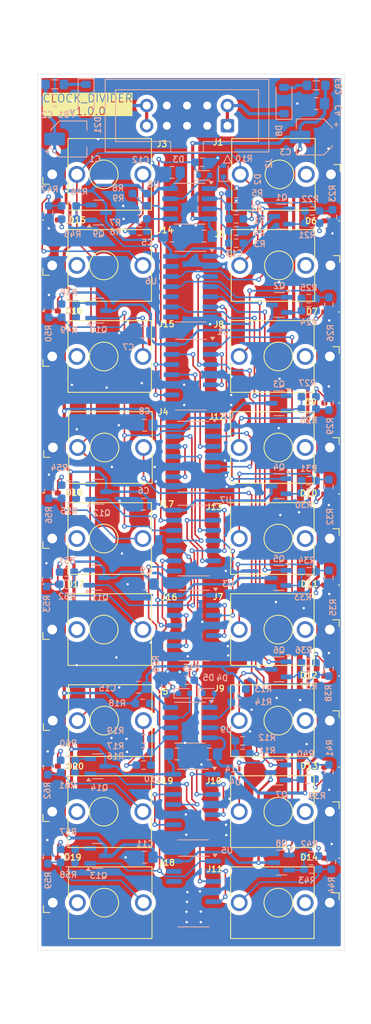
<source format=kicad_pcb>
(kicad_pcb (version 20241229) (generator "pcbnew") (generator_version "9.0")
  (layers (0 "F.Cu" signal) (2 "B.Cu" signal) (13 "F.Paste" user) (15 "B.Paste" user) (5 "F.SilkS" user "F.Silkscreen") (7 "B.SilkS" user "B.Silkscreen") (1 "F.Mask" user) (3 "B.Mask" user) (25 "Edge.Cuts" user))
  (net 0 "")
  (net 1 "+12VA")
  (net 2 "GND")
  (net 3 "-12VA")
  (net 4 "Net-(D8-A)")
  (net 5 "-12V")
  (net 6 "Net-(D2-K)")
  (net 7 "Net-(D2-A)")
  (net 8 "Net-(D3-A)")
  (net 9 "Net-(D3-K)")
  (net 10 "Net-(D4-K)")
  (net 11 "Net-(D4-A)")
  (net 12 "Net-(D5-K)")
  (net 13 "Net-(D5-A)")
  (net 14 "Net-(D6-A)")
  (net 15 "Net-(D7-A)")
  (net 16 "+12V")
  (net 17 "Net-(D21-K)")
  (net 18 "Net-(D9-A)")
  (net 19 "Net-(D10-A)")
  (net 20 "Net-(D11-A)")
  (net 21 "Net-(D12-A)")
  (net 22 "Net-(D13-A)")
  (net 23 "Net-(D14-A)")
  (net 24 "Net-(D15-A)")
  (net 25 "Net-(D16-A)")
  (net 26 "Net-(D17-A)")
  (net 27 "Net-(D18-A)")
  (net 28 "Net-(D19-A)")
  (net 29 "Net-(D20-A)")
  (net 30 "CLOCK_2")
  (net 32 "CLOCK_3")
  (net 33 "CLOCK_5")
  (net 34 "CLOCK_7")
  (net 36 "GATE_2")
  (net 38 "GATE_32")
  (net 40 "GATE_4")
  (net 42 "GATE_64")
  (net 44 "GATE_128")
  (net 46 "GATE_256")
  (net 48 "GATE_8")
  (net 49 "GATE_16")
  (net 52 "GATE_3{slash}2")
  (net 54 "GATE_3")
  (net 56 "GATE_5")
  (net 57 "GATE_5{slash}2")
  (net 59 "GATE_7")
  (net 61 "GATE_7{slash}2")
  (net 63 "Net-(Q1-B)")
  (net 64 "Net-(Q1-E)")
  (net 65 "Net-(Q2-E)")
  (net 66 "Net-(Q2-B)")
  (net 67 "Net-(Q3-E)")
  (net 68 "Net-(Q3-B)")
  (net 69 "Net-(Q4-B)")
  (net 70 "Net-(Q4-E)")
  (net 71 "Net-(Q5-B)")
  (net 72 "Net-(Q5-E)")
  (net 73 "Net-(Q6-E)")
  (net 74 "Net-(Q6-B)")
  (net 75 "Net-(Q7-E)")
  (net 76 "Net-(Q7-B)")
  (net 77 "Net-(Q8-B)")
  (net 78 "Net-(Q8-E)")
  (net 79 "Net-(Q9-E)")
  (net 80 "Net-(Q9-B)")
  (net 81 "Net-(Q10-B)")
  (net 82 "Net-(Q10-E)")
  (net 83 "Net-(Q11-B)")
  (net 84 "Net-(Q11-E)")
  (net 85 "Net-(Q12-B)")
  (net 86 "Net-(Q12-E)")
  (net 87 "Net-(Q13-E)")
  (net 88 "Net-(Q13-B)")
  (net 89 "Net-(Q14-E)")
  (net 90 "Net-(Q14-B)")
  (net 91 "Net-(U8A--)")
  (net 92 "Net-(U8A-+)")
  (net 93 "Net-(U8B-+)")
  (net 94 "Net-(U8B--)")
  (net 95 "Net-(U9A-+)")
  (net 96 "Net-(U9A--)")
  (net 97 "Net-(U9B-+)")
  (net 98 "Net-(U9B--)")
  (net 99 "Net-(U1A-D)")
  (net 100 "Net-(U1B-Q)")
  (net 101 "Net-(U1B-C)")
  (net 102 "Net-(U2B-C)")
  (net 103 "Net-(U2B-D)")
  (net 104 "Net-(U2A-D)")
  (net 105 "Net-(U2B-Q)")
  (net 106 "Net-(U3A-D)")
  (net 107 "Net-(U3B-D)")
  (net 108 "Net-(U3A-C)")
  (net 109 "Net-(U4B-D)")
  (net 110 "Net-(U4A-D)")
  (net 111 "Net-(U4A-C)")
  (net 112 "Net-(U4A-Q)")
  (net 113 "Net-(U5A-D)")
  (footprint "Connector_Audio:Jack_3.5mm_QingPu_WQP-PJ398SM_Vertical_CircularHoles" (layer "F.Cu") (at 74.855 81.28 -90)
    (property "Reference" "J8")
    (property "Value" "AudioJack2_SwitchT")
  )
  (footprint "LED_SMD:LED_0402_1005Metric_Pad0.77x0.64mm_HandSolder" (layer "F.Cu") (at 74.7385 132.842 180)
    (property "Reference" "D13")
    (property "Value" "LED")
  )
  (footprint "LED_SMD:LED_0402_1005Metric_Pad0.77x0.64mm_HandSolder" (layer "F.Cu") (at 74.7385 75.692 180)
    (property "Reference" "D7")
    (property "Value" "LED")
  )
  (footprint "Connector_Audio:Jack_3.5mm_QingPu_WQP-PJ398SM_Vertical_CircularHoles" (layer "F.Cu") (at 74.995 58.42 -90)
    (property "Reference" "J1")
    (property "Value" "AudioJack2_SwitchT")
  )
  (footprint "LED_SMD:LED_0402_1005Metric_Pad0.77x0.64mm_HandSolder" (layer "F.Cu") (at 74.7385 144.272 180)
    (property "Reference" "D14")
    (property "Value" "LED")
  )
  (footprint "LED_SMD:LED_0402_1005Metric_Pad0.77x0.64mm_HandSolder" (layer "F.Cu") (at 40.0675 132.715)
    (property "Reference" "D20")
    (property "Value" "LED")
  )
  (footprint "Connector_Audio:Jack_3.5mm_QingPu_WQP-PJ398SM_Vertical_CircularHoles" (layer "F.Cu") (at 39.94 115.57 90)
    (property "Reference" "J16")
    (property "Value" "AudioJack2_SwitchT")
  )
  (footprint "LED_SMD:LED_0402_1005Metric_Pad0.77x0.64mm_HandSolder" (layer "F.Cu") (at 74.7385 109.982 180)
    (property "Reference" "D11")
    (property "Value" "LED")
  )
  (footprint "LED_SMD:LED_0402_1005Metric_Pad0.77x0.64mm_HandSolder" (layer "F.Cu") (at 74.7385 87.122 180)
    (property "Reference" "D9")
    (property "Value" "LED")
  )
  (footprint "LED_SMD:LED_0402_1005Metric_Pad0.77x0.64mm_HandSolder" (layer "F.Cu") (at 40.0675 144.272)
    (property "Reference" "D19")
    (property "Value" "LED")
  )
  (footprint "Connector_Audio:Jack_3.5mm_QingPu_WQP-PJ398SM_Vertical_CircularHoles" (layer "F.Cu") (at 74.855 138.43 -90)
    (property "Reference" "J10")
    (property "Value" "AudioJack2_SwitchT")
  )
  (footprint "Connector_Audio:Jack_3.5mm_QingPu_WQP-PJ398SM_Vertical_CircularHoles" (layer "F.Cu") (at 74.855 127 -90)
    (property "Reference" "J9")
    (property "Value" "AudioJack2_SwitchT")
  )
  (footprint "Connector_Audio:Jack_3.5mm_QingPu_WQP-PJ398SM_Vertical_CircularHoles" (layer "F.Cu") (at 40.005 127 90)
    (property "Reference" "J5")
    (property "Value" "AudioJack2_SwitchT")
  )
  (footprint "Connector_Audio:Jack_3.5mm_QingPu_WQP-PJ398SM_Vertical_CircularHoles" (layer "F.Cu") (at 39.94 81.28 90)
    (property "Reference" "J15")
    (property "Value" "AudioJack2_SwitchT")
  )
  (footprint "Connector_Audio:Jack_3.5mm_QingPu_WQP-PJ398SM_Vertical_CircularHoles" (layer "F.Cu") (at 74.855 115.57 -90)
    (property "Reference" "J7")
    (property "Value" "AudioJack2_SwitchT")
  )
  (footprint "Connector_Audio:Jack_3.5mm_QingPu_WQP-PJ398SM_Vertical_CircularHoles" (layer "F.Cu") (at 39.94 104.14 90)
    (property "Reference" "J17")
    (property "Value" "AudioJack2_SwitchT")
  )
  (footprint "Connector_Audio:Jack_3.5mm_QingPu_WQP-PJ398SM_Vertical_CircularHoles" (layer "F.Cu") (at 39.94 138.43 90)
    (property "Reference" "J19")
    (property "Value" "AudioJack2_SwitchT")
  )
  (footprint "LED_SMD:LED_0402_1005Metric_Pad0.77x0.64mm_HandSolder" (layer "F.Cu") (at 74.7385 98.552 180)
    (property "Reference" "D10")
    (property "Value" "LED")
  )
  (footprint "Connector_Audio:Jack_3.5mm_QingPu_WQP-PJ398SM_Vertical_CircularHoles" (layer "F.Cu") (at 74.855 149.86 -90)
    (property "Reference" "J11")
    (property "Value" "AudioJack2_SwitchT")
  )
  (footprint "Connector_Audio:Jack_3.5mm_QingPu_WQP-PJ398SM_Vertical_CircularHoles" (layer "F.Cu") (at 40.035 92.71 90)
    (property "Reference" "J4")
    (property "Value" "AudioJack2_SwitchT")
  )
  (footprint "LED_SMD:LED_0402_1005Metric_Pad0.77x0.64mm_HandSolder" (layer "F.Cu") (at 74.7385 121.412 180)
    (property "Reference" "D12")
    (property "Value" "LED")
  )
  (footprint "LED_SMD:LED_0402_1005Metric_Pad0.77x0.64mm_HandSolder" (layer "F.Cu") (at 40.0675 64.135)
    (property "Reference" "D15")
    (property "Value" "LED")
  )
  (footprint "Connector_Audio:Jack_3.5mm_QingPu_WQP-PJ398SM_Vertical_CircularHoles" (layer "F.Cu") (at 39.94 69.85 90)
    (property "Reference" "J14")
    (property "Value" "AudioJack2_SwitchT")
  )
  (footprint "Connector_Audio:Jack_3.5mm_QingPu_WQP-PJ398SM_Vertical_CircularHoles" (layer "F.Cu") (at 40.005 149.86 90)
    (property "Reference" "J18")
    (property "Value" "AudioJack2_SwitchT")
  )
  (footprint "LED_SMD:LED_0402_1005Metric_Pad0.77x0.64mm_HandSolder" (layer "F.Cu") (at 74.7385 64.262 180)
    (property "Reference" "D6")
    (property "Value" "LED")
  )
  (footprint "Connector_Audio:Jack_3.5mm_QingPu_WQP-PJ398SM_Vertical_CircularHoles" (layer "F.Cu") (at 39.94 58.42 90)
    (property "Reference" "J3")
    (property "Value" "AudioJack2_SwitchT")
  )
  (footprint "Connector_Audio:Jack_3.5mm_QingPu_WQP-PJ398SM_Vertical_CircularHoles" (layer "F.Cu") (at 74.93 69.85 -90)
    (property "Reference" "J6")
    (property "Value" "AudioJack2_SwitchT")
  )
  (footprint "Connector_Audio:Jack_3.5mm_QingPu_WQP-PJ398SM_Vertical_CircularHoles" (layer "F.Cu") (at 74.855 92.71 -90)
    (property "Reference" "J12")
    (property "Value" "AudioJack2_SwitchT")
  )
  (footprint "LED_SMD:LED_0402_1005Metric_Pad0.77x0.64mm_HandSolder" (layer "F.Cu") (at 40.0675 109.855)
    (property "Reference" "D17")
    (property "Value" "LED")
  )
  (footprint "LED_SMD:LED_0402_1005Metric_Pad0.77x0.64mm_HandSolder" (layer "F.Cu") (at 40.0675 75.565)
    (property "Reference" "D16")
    (property "Value" "LED")
  )
  (footprint "LED_SMD:LED_0402_1005Metric_Pad0.77x0.64mm_HandSolder" (layer "F.Cu") (at 40.0675 98.425)
    (property "Reference" "D18")
    (property "Value" "LED")
  )
  (footprint "Connector_Audio:Jack_3.5mm_QingPu_WQP-PJ398SM_Vertical_CircularHoles" (layer "F.Cu") (at 74.855 104.14 -90)
    (property "Reference" "J13")
    (property "Value" "AudioJack2_SwitchT")
  )
  (footprint "Resistor_SMD:R_0603_1608Metric_Pad0.98x0.95mm_HandSolder" (layer "B.Cu") (at 39.37 132.8655 90)
    (property "Reference" "R62")
    (property "Value" "4k7")
  )
  (footprint "Package_SO:SOIC-14_3.9x8.7mm_P1.27mm" (layer "B.Cu") (at 57.658 137.541 180)
    (property "Reference" "U4")
    (property "Value" "4013")
  )
  (footprint "Package_TO_SOT_SMD:SOT-23" (layer "B.Cu") (at 45.6715 132.7385)
    (property "Reference" "Q14")
    (property "Value" "MMBT3904")
  )
  (footprint "Capacitor_SMD:C_0805_2012Metric_Pad1.18x1.45mm_HandSolder" (layer "B.Cu") (at 51.689 109.855 180)
    (property "Reference" "C9")
    (property "Value" "1uF")
  )
  (footprint "Resistor_SMD:R_0603_1608Metric_Pad0.98x0.95mm_HandSolder" (layer "B.Cu") (at 41.783 109.8785 180)
    (property "Reference" "R52")
    (property "Value" "4k7")
  )
  (footprint "Resistor_SMD:R_0603_1608Metric_Pad0.98x0.95mm_HandSolder" (layer "B.Cu") (at 42.037 76.3505 180)
    (property "Reference" "R49")
    (property "Value" "4k7")
  )
  (footprint "Capacitor_SMD:C_0805_2012Metric_Pad1.18x1.45mm_HandSolder" (layer "B.Cu") (at 54.991 58.166 180)
    (property "Reference" "C12")
    (property "Value" "1uF")
  )
  (footprint "Inductor_SMD:L_0805_2012Metric_Pad1.05x1.20mm_HandSolder" (layer "B.Cu") (at 40.259 47.117 180)
    (property "Reference" "FB1")
    (property "Value" "FerriteBead_Small")
  )
  (footprint "Resistor_SMD:R_0603_1608Metric_Pad0.98x0.95mm_HandSolder" (layer "B.Cu") (at 63.074 65.532)
    (property "Reference" "R4")
    (property "Value" "10k")
  )
  (footprint "Resistor_SMD:R_0603_1608Metric_Pad0.98x0.95mm_HandSolder" (layer "B.Cu") (at 63.373 123.063 180)
    (property "Reference" "R13")
    (property "Value" "100k")
  )
  (footprint "Diode_SMD:D_SOD-523" (layer "B.Cu") (at 56.515 123.571)
    (property "Reference" "D5")
    (property "Value" "1N4148WT")
  )
  (footprint "Resistor_SMD:R_0603_1608Metric_Pad0.98x0.95mm_HandSolder" (layer "B.Cu") (at 51.308 124.841)
    (property "Reference" "R18")
    (property "Value" "100k")
  )
  (footprint "Resistor_SMD:R_0603_1608Metric_Pad0.98x0.95mm_HandSolder" (layer "B.Cu") (at 39.243 109.2435 90)
    (property "Reference" "R53")
    (property "Value" "4k7")
  )
  (footprint "Package_TO_SOT_SMD:SOT-23" (layer "B.Cu") (at 45.7685 98.2605)
    (property "Reference" "Q12")
    (property "Value" "MMBT3904")
  )
  (footprint "Resistor_SMD:R_0603_1608Metric_Pad0.98x0.95mm_HandSolder" (layer "B.Cu") (at 50.927 62.357 180)
    (property "Reference" "R9")
    (property "Value" "10k")
  )
  (footprint "Resistor_SMD:R_0603_1608Metric_Pad0.98x0.95mm_HandSolder" (layer "B.Cu") (at 42.037 62.3805 180)
    (property "Reference" "R46")
    (property "Value" "4k7")
  )
  (footprint "Package_TO_SOT_SMD:SOT-23" (layer "B.Cu") (at 68.5155 74.803 180)
    (property "Reference" "Q2")
    (property "Value" "MMBT3904")
  )
  (footprint "Resistor_SMD:R_0603_1608Metric_Pad0.98x0.95mm_HandSolder" (layer "B.Cu") (at 72.0715 134.3425)
    (property "Reference" "R39")
    (property "Value" "1k")
  )
  (footprint "Resistor_SMD:R_0603_1608Metric_Pad0.98x0.95mm_HandSolder" (layer "B.Cu") (at 63.0975 60.833)
    (property "Reference" "R5")
    (property "Value" "100k")
  )
  (footprint "Resistor_SMD:R_0603_1608Metric_Pad0.98x0.95mm_HandSolder" (layer "B.Cu") (at 72.1985 75.5415)
    (property "Reference" "R24")
    (property "Value" "1k")
  )
  (footprint "Resistor_SMD:R_0603_1608Metric_Pad0.98x0.95mm_HandSolder" (layer "B.Cu") (at 72.517 143.9945)
    (property "Reference" "R42")
    (property "Value" "1k")
  )
  (footprint "Package_TO_SOT_SMD:SOT-23" (layer "B.Cu") (at 68.467 120.5605 180)
    (property "Reference" "Q6")
    (property "Value" "MMBT3904")
  )
  (footprint "Resistor_SMD:R_0603_1608Metric_Pad0.98x0.95mm_HandSolder" (layer "B.Cu") (at 51.435 130.937 180)
    (property "Reference" "R17")
    (property "Value" "100k")
  )
  (footprint "Resistor_SMD:R_0603_1608Metric_Pad0.98x0.95mm_HandSolder" (layer "B.Cu") (at 63.373 124.714)
    (property "Reference" "R14")
    (property "Value" "10k")
  )
  (footprint "Resistor_SMD:R_0603_1608Metric_Pad0.98x0.95mm_HandSolder" (layer "B.Cu") (at 54.229 122.682 90)
    (property "Reference" "R20")
    (property "Value" "100k")
  )
  (footprint "Package_TO_SOT_SMD:SOT-23" (layer "B.Cu") (at 45.5145 109.0555)
    (property "Reference" "Q11")
    (property "Value" "MMBT3904")
  )
  (footprint "Package_TO_SOT_SMD:SOT-23" (layer "B.Cu") (at 68.467 87.1595 180)
    (property "Reference" "Q3")
    (property "Value" "MMBT3904")
  )
  (footprint "Package_SO:SOIC-14_3.9x8.7mm_P1.27mm" (layer "B.Cu") (at 57.658 93.853 180)
    (property "Reference" "U2")
    (property "Value" "4013")
  )
  (footprint "Resistor_SMD:R_0603_1608Metric_Pad0.98x0.95mm_HandSolder" (layer "B.Cu") (at 74.7385 133.4535 -90)
    (property "Reference" "R41")
    (property "Value" "4k7")
  )
  (footprint "Resistor_SMD:R_0603_1608Metric_Pad0.98x0.95mm_HandSolder" (layer "B.Cu") (at 39.497 63.2695 -90)
    (property "Reference" "R47")
    (property "Value" "4k7")
  )
  (footprint "Resistor_SMD:R_0603_1608Metric_Pad0.98x0.95mm_HandSolder" (layer "B.Cu") (at 72.0715 132.6915)
    (property "Reference" "R40")
    (property "Value" "4k7")
  )
  (footprint "Resistor_SMD:R_0603_1608Metric_Pad0.98x0.95mm_HandSolder" (layer "B.Cu") (at 74.7385 74.7795 -90)
    (property "Reference" "R26")
    (property "Value" "4k7")
  )
  (footprint "Resistor_SMD:R_0603_1608Metric_Pad0.98x0.95mm_HandSolder" (layer "B.Cu") (at 74.7385 97.6395 -90)
    (property "Reference" "R32")
    (property "Value" "4k7")
  )
  (footprint "Package_TO_SOT_SMD:SOT-23" (layer "B.Cu") (at 68.4515 109.0885 180)
    (property "Reference" "Q5")
    (property "Value" "MMBT3904")
  )
  (footprint "Package_SO:SOIC-14_3.9x8.7mm_P1.27mm" (layer "B.Cu") (at 57.72 104.394 180)
    (property "Reference" "U7")
    (property "Value" "4070")
  )
  (footprint "Connector_IDC:IDC-Header_2x05_P2.54mm_Vertical" (layer "B.Cu") (at 61.976 52.3145 90)
    (property "Reference" "J2")
    (property "Value" "POWER")
  )
  (footprint "Resistor_SMD:R_0603_1608Metric_Pad0.98x0.95mm_HandSolder" (layer "B.Cu") (at 41.91 144.8035 180)
    (property "Reference" "R58")
    (property "Value" "4k7")
  )
  (footprint "Package_TO_SOT_SMD:SOT-23" (layer "B.Cu") (at 45.7685 75.5275)
    (property "Reference" "Q10")
    (property "Value" "MMBT3904")
  )
  (footprint "Resistor_SMD:R_0603_1608Metric_Pad0.98x0.95mm_HandSolder" (layer "B.Cu") (at 72.1985 119.7375)
    (property "Reference" "R36")
    (property "Value" "1k")
  )
  (footprint "Resistor_SMD:R_0603_1608Metric_Pad0.98x0.95mm_HandSolder" (layer "B.Cu") (at 41.91 133.5005 180)
    (property "Reference" "R61")
    (property "Value" "4k7")
  )
  (footprint "Capacitor_SMD:C_0805_2012Metric_Pad1.18x1.45mm_HandSolder" (layer "B.Cu") (at 73.152 49.53 180)
    (property "Reference" "C4")
    (property "Value" "100nF")
  )
  (footprint "Resistor_SMD:R_0603_1608Metric_Pad0.98x0.95mm_HandSolder" (layer "B.Cu") (at 74.7385 109.0695 -90)
    (property "Reference" "R35")
    (property "Value" "4k7")
  )
  (footprint "Resistor_SMD:R_0603_1608Metric_Pad0.98x0.95mm_HandSolder" (layer "B.Cu") (at 72.1985 74.0175)
    (property "Reference" "R25")
    (property "Value" "4k7")
  )
  (footprint "Resistor_SMD:R_0603_1608Metric_Pad0.98x0.95mm_HandSolder" (layer "B.Cu") (at 74.7385 120.4995 90)
    (property "Reference" "R38")
    (property "Value" "4k7")
  )
  (footprint "Resistor_SMD:R_0603_1608Metric_Pad0.98x0.95mm_HandSolder" (layer "B.Cu") (at 51.435 132.588)
    (property "Reference" "R16")
    (property "Value" "10k")
  )
  (footprint "Package_SO:SOIC-14_3.9x8.7mm_P1.27mm" (layer "B.Cu") (at 57.72 148.463 180)
    (property "Reference" "U5")
    (property "Value" "4013")
  )
  (footprint "Resistor_SMD:R_0603_1608Metric_Pad0.98x0.95mm_HandSolder" (layer "B.Cu") (at 72.1985 96.8775)
    (property "Reference" "R31")
    (property "Value" "4k7")
  )
  (footprint "Capacitor_SMD:CP_Elec_4x5.4" (layer "B.Cu") (at 42.037 53.975)
    (property "Reference" "C1")
    (property "Value" "10uF")
  )
  (footprint "Package_TO_SOT_SMD:SOT-23" (layer "B.Cu") (at 45.7685 63.2085)
    (property "Reference" "Q9")
    (property "Value" "MMBT3904")
  )
  (footprint "Resistor_SMD:R_0603_1608Metric_Pad0.98x0.95mm_HandSolder" (layer "B.Cu") (at 42.037 64.0315 180)
    (property "Reference" "R45")
    (property "Value" "1k")
  )
  (footprint "Resistor_SMD:R_0603_1608Metric_Pad0.98x0.95mm_HandSolder" (layer "B.Cu") (at 41.783 108.3545 180)
    (property "Reference" "R51")
    (property "Value" "1k")
  )
  (footprint "Capacitor_SMD:C_0805_2012Metric_Pad1.18x1.45mm_HandSolder" (layer "B.Cu") (at 51.308 78.232 180)
    (property "Reference" "C7")
    (property "Value" "1uF")
  )
  (footprint "Capacitor_SMD:C_0805_2012Metric_Pad1.18x1.45mm_HandSolder" (layer "B.Cu") (at 51.562 89.916 180)
    (property "Reference" "C8")
    (property "Value" "1uF")
  )
  (footprint "Resistor_SMD:R_0603_1608Metric_Pad0.98x0.95mm_HandSolder" (layer "B.Cu") (at 39.497 98.1945 90)
    (property "Reference" "R56")
    (property "Value" "4k7")
  )
  (footprint "Diode_SMD:D_SOD-523" (layer "B.Cu") (at 59.055 58.547)
    (property "Reference" "D3")
    (property "Value" "1N4148WT")
  )
  (footprint "Capacitor_SMD:C_0805_2012Metric_Pad1.18x1.45mm_HandSolder" (layer "B.Cu") (at 50.8 122.809 180)
    (property "Reference" "C15")
    (property "Value" "1uF")
  )
  (footprint "Resistor_SMD:R_0603_1608Metric_Pad0.98x0.95mm_HandSolder" (layer "B.Cu") (at 41.91 143.1525 180)
    (property "Reference" "R57")
    (property "Value" "1k")
  )
  (footprint "Resistor_SMD:R_0603_1608Metric_Pad0.98x0.95mm_HandSolder" (layer "B.Cu") (at 72.1985 87.8605)
    (property "Reference" "R28")
    (property "Value" "4k7")
  )
  (footprint "Package_SO:SOIC-8_3.9x4.9mm_P1.27mm" (layer "B.Cu") (at 57.232 62.103 180)
    (property "Reference" "U8")
    (property "Value" "TL072")
  )
  (footprint "Package_SO:SOIC-14_3.9x8.7mm_P1.27mm" (layer "B.Cu") (at 57.785 115.062 180)
    (property "Reference" "U3")
    (property "Value" "4013")
  )
  (footprint "Package_SO:SOIC-8_3.9x4.9mm_P1.27mm" (layer "B.Cu") (at 57.277 127.254 180)
    (property "Reference" "U9")
    (property "Value" "TL072")
  )
  (footprint "Resistor_SMD:R_0603_1608Metric_Pad0.98x0.95mm_HandSolder" (layer "B.Cu") (at 72.644 64.5395)
    (property "Reference" "R21")
    (property "Value" "1k")
  )
  (footprint "Diode_SMD:D_SOD-123" (layer "B.Cu") (at 44.196 48.767 -90)
    (property "Reference" "D21")
    (property "Value" "1N4148W")
  )
  (footprint "Package_TO_SOT_SMD:SOT-23" (layer "B.Cu") (at 68.34 133.5195 180)
    (property "Reference" "Q7")
    (property "Value" "MMBT3904")
  )
  (footprint "Inductor_SMD:L_0805_2012Metric_Pad1.05x1.20mm_HandSolder" (layer "B.Cu") (at 73.152 47.244)
    (property "Reference" "FB2")
    (property "Value" "FerriteBead_Small")
  )
  (footprint "Package_SO:SOIC-14_3.9x8.7mm_P1.27mm" (layer "B.Cu") (at 57.339 72.517 180)
    (property "Reference" "U6")
    (property "Value" "4024")
  )
  (footprint "Resistor_SMD:R_0603_1608Metric_Pad0.98x0.95mm_HandSolder" (layer "B.Cu") (at 50.9505 60.833 180)
    (property "Reference" "R8")
    (property "Value" "100k")
  )
  (footprint "Resistor_SMD:R_0603_1608Metric_Pad0.98x0.95mm_HandSolder" (layer "B.Cu") (at 72.517 145.6455)
    (property "Reference" "R43")
    (property "Value" "4k7")
  )
  (footprint "Capacitor_SMD:C_0805_2012Metric_Pad1.18x1.45mm_HandSolder" (layer "B.Cu") (at 59.69 131.191 180)
    (property "Reference" "C14")
    (property "Value" "1uF")
  )
  (footprint "Capacitor_SMD:C_0805_2012Metric_Pad1.18x1.45mm_HandSolder" (layer "B.Cu") (at 51.5835 144.145 180)
    (property "Reference" "C11")
    (property "Value" "1uF")
  )
  (footprint "Resistor_SMD:R_0603_1608Metric_Pad0.98x0.95mm_HandSolder" (layer "B.Cu") (at 72.1985 86.3365)
    (property "Reference" "R27")
    (property "Value" "1k")
  )
  (footprint "Diode_SMD:D_SOD-523" (layer "B.Cu") (at 61.468 58.039 90)
    (property "Reference" "D2")
    (property "Value" "1N4148WT")
  )
  (footprint "Resistor_SMD:R_0603_1608Metric_Pad0.98x0.95mm_HandSolder" (layer "B.Cu") (at 75.057 144.7565 90)
    (property "Reference" "R44")
    (property "Value" "4k7")
  )
  (footprint "Resistor_SMD:R_0603_1608Metric_Pad0.98x0.95mm_HandSolder" (layer "B.Cu") (at 42.037 97.4325 180)
    (property "Reference" "R54")
    (property "Value" "1k")
  )
  (footprint "Package_TO_SOT_SMD:SOT-23" (layer "B.Cu") (at 68.7855 144.8175 180)
    (property "Reference" "Q8")
    (property "Value" "MMBT3904")
  )
  (footprint "Resistor_SMD:R_0603_1608Metric_Pad0.98x0.95mm_HandSolder" (layer "B.Cu") (at 51.435 129.286 180)
    (property "Reference" "R19")
    (property "Value" "10k")
  )
  (footprint "Resistor_SMD:R_0603_1608Metric_Pad0.98x0.95mm_HandSolder" (layer "B.Cu") (at 72.1985 109.8315)
    (property "Reference" "R33")
    (property "Value" "1k")
  )
  (footprint "Resistor_SMD:R_0603_1608Metric_Pad0.98x0.95mm_HandSolder" (layer "B.Cu") (at 75.184 63.7775 -90)
    (property "Reference" "R23")
    (property "Value" "4k7")
  )
  (footprint "Resistor_SMD:R_0603_1608Metric_Pad0.98x0.95mm_HandSolder" (layer "B.Cu") (at 58.801 56.896)
    (property "Reference" "R10")
    (property "Value" "100k")
  )
  (footprint "Resistor_SMD:R_0603_1608Metric_Pad0.98x0.95mm_HandSolder" (layer "B.Cu") (at 42.037 99.0835 180)
    (property "Reference" "R55")
    (property "Value" "4k7")
  )
  (footprint "Capacitor_SMD:C_0805_2012Metric_Pad1.18x1.45mm_HandSolder" (layer "B.Cu") (at 54.991 66.167)
    (property "Reference" "C5")
    (property "Value" "100nF")
  )
  (footprint "Resistor_SMD:R_0603_1608Metric_Pad0.98x0.95mm_HandSolder" (layer "B.Cu") (at 39.37 144.0415 90)
    (property "Reference" "R59")
    (property "Value" "4k7")
  )
  (footprint "Resistor_SMD:R_0603_1608Metric_Pad0.98x0.95mm_HandSolder" (layer "B.Cu") (at 74.7385 87.0985 90)
    (property "Reference" "R29")
    (property "Value" "4k7")
  )
  (footprint "Capacitor_SMD:C_0805_2012Metric_Pad1.18x1.45mm_HandSolder" (layer "B.Cu") (at 51.435 99.822 180)
    (property "Reference" "C6")
    (property "Value" "1uF")
  )
  (footprint "Package_TO_SOT_SMD:SOT-23" (layer "B.Cu") (at 45.6415 143.9755)
    (property "Reference" "Q13")
    (property "Value" "MMBT3904")
  )
  (footprint "Resistor_SMD:R_0603_1608Metric_Pad0.98x0.95mm_HandSolder" (layer "B.Cu") (at 39.497 75.4615 90)
    (property "Reference" "R50")
    (property "Value" "4k7")
  )
  (footprint "Resistor_SMD:R_0603_1608Metric_Pad0.98x0.95mm_HandSolder" (layer "B.Cu") (at 63.881 131.136 180)
    (property "Reference" "R11")
    (property "Value" "10k")
  )
  (footprint "Package_TO_SOT_SMD:SOT-23" (layer "B.Cu") (at 68.467 97.5735 180)
    (property "Reference" "Q4")
    (property "Value" "MMBT3904")
  )
  (footprint "Capacitor_SMD:C_0805_2012Metric_Pad1.18x1.45mm_HandSolder" (layer "B.Cu") (at 59.0335 66.167 180)
    (property "Reference" "C13")
    (property "Value" "1uF")
  )
  (footprint "Resistor_SMD:R_0603_1608Metric_Pad0.98x0.95mm_HandSolder" (layer "B.Cu") (at 63.074 64.008 180)
    (property "Reference" "R1")
    (property "Value" "10k")
  )
  (footprint "Resistor_SMD:R_0603_1608Metric_Pad0.98x0.95mm_HandSolder" (layer "B.Cu") (at 63.074 67.056 180)
    (property "Reference" "R3")
    (property "Value" "100k")
  )
  (footprint "Resistor_SMD:R_0603_1608Metric_Pad0.98x0.95mm_HandSolder" (layer "B.Cu") (at 72.1985 121.2615)
    (property "Reference" "R37")
    (property "Value" "4k7")
  )
  (footprint "Package_SO:SOIC-14_3.9x8.7mm_P1.27mm" (layer "B.Cu") (at 57.404 83.566 180)
    (property "Reference" "U1")
    (property "Value" "4013")
  )
  (footprint "Resistor_SMD:R_0603_1608Metric_Pad0.98x0.95mm_HandSolder" (layer "B.Cu") (at 63.881 129.54)
    (property "Reference" "R12")
    (property "Value" "100k")
  )
  (footprint "Resistor_SMD:R_0603_1608Metric_Pad0.98x0.95mm_HandSolder" (layer "B.Cu") (at 41.91 131.9765 180)
    (property "Reference" "R60")
    (property "Value" "1k")
  )
  (footprint "Resistor_SMD:R_0603_1608Metric_Pad0.98x0.95mm_HandSolder" (layer "B.Cu") (at 72.1985 108.3075)
    (property "Reference" "R34")
    (property "Value" "4k7")
  )
  (footprint "Resistor_SMD:R_0603_1608Metric_Pad0.98x0.95mm_HandSolder" (layer "B.Cu") (at 63.074 62.484)
    (property "Reference" "R2")
    (property "Value" "100k")
  )
  (footprint "Resistor_SMD:R_0603_1608Metric_Pad0.98x0.95mm_HandSolder" (layer "B.Cu") (at 50.927 64.008 180)
    (property "Reference" "R7")
    (property "Value" "100k")
  )
  (footprint "Package_TO_SOT_SMD:SOT-23" (layer "B.Cu") (at 68.7855 63.7115 180)
    (property "Reference" "Q1")
    (property "Value" "MMBT3904")
  )
  (footprint "Resistor_SMD:R_0603_1608Metric_Pad0.98x0.95mm_HandSolder" (layer "B.Cu") (at 72.644 63.0155)
    (property "Reference" "R22")
    (property "Value" "4k7")
  )
  (footprint "Diode_SMD:D_SOD-523" (layer "B.Cu") (at 59.628 123.571)
    (property "Reference" "D4")
    (property "Value" "1N4148WT")
  )
  (footprint "Capacitor_SMD:CP_Elec_4x5.4" (layer "B.Cu") (at 72.898 53.721 180)
    (property "Reference" "C3")
    (property "Value" "10uF")
  )
  (footprint "Capacitor_SMD:C_0805_2012Metric_Pad1.18x1.45mm_HandSolder" (layer "B.Cu") (at 55.6475 131.191)
    (property "Reference" "C10")
    (property "Value" "1uF")
  )
  (footprint "Resistor_SMD:R_0603_1608Metric_Pad0.98x0.95mm_HandSolder" (layer "B.Cu") (at 72.1985 98.4015)
    (property "Reference" "R30")
    (property "Value" "1k")
  )
  (footprint "Resistor_SMD:R_0603_1608Metric_Pad0.98x0.95mm_HandSolder" (layer "B.Cu") (at 50.927 65.532)
    (property "Reference" "R6")
    (property "Value" "10k")
  )
  (footprint "Capacitor_SMD:C_0805_2012Metric_Pad1.18x1.45mm_HandSolder" (layer "B.Cu") (at 40.259 49.149)
    (property "Reference" "C2")
    (property "Value" "100nF")
  )
  (footprint "Diode_SMD:D_SOD-123" (layer "B.Cu") (at 69.088 49.149 90)
    (property "Reference" "D8")
    (property "Value" "1N4148W")
  )
  (footprint "Resistor_SMD:R_0603_1608Metric_Pad0.98x0.95mm_HandSolder" (layer "B.Cu") (at 42.037 74.6995 180)
    (property "Reference" "R48")
    (property "Value" "1k")
  )
  (footprint "Resistor_SMD:R_0603_1608Metric_Pad0.98x0.95mm_HandSolder" (layer "B.Cu") (at 56.896 121.92 180)
    (property "Reference" "R15")
    (property "Value" "100k")
  )
  (gr_rect (start 38.0825 45.826) (end 76.7255 155.826) (stroke (width 0.05)) (fill no) (layer "Edge.Cuts"))
  (gr_text "CLOCK_DIVIDER\nv1.0.0" (at 44.3992 49.6824 0) (layer "F.SilkS" knockout) (effects (font (size 1 1) (thickness 0.1) (bold yes))))
  (segment (start 41.7068 61.8744) (end 42.164 62.3316) (width 0.4) (layer "F.Cu") (net 1))
  (segment (start 42.2656 95.758) (end 42.2656 101.4984) (width 0.4) (layer "F.Cu") (net 1))
  (segment (start 42.3672 135.7376) (end 41.4528 136.652) (width 0.4) (layer "F.Cu") (net 1))
  (segment (start 41.4528 114.1984) (end 41.4528 129.1844) (width 0.4) (layer "F.Cu") (net 1))
  (segment (start 42.3164 73.1012) (end 42.3164 78.74) (width 0.4) (layer "F.Cu") (net 1))
  (segment (start 42.2656 101.4984) (end 41.402 102.362) (width 0.4) (layer "F.Cu") (net 1))
  (segment (start 42.3672 130.0988) (end 42.3672 130.6068) (width 0.4) (layer "F.Cu") (net 1))
  (segment (start 40.237 55.4702) (end 40.237 55.477) (width 0.4) (layer "F.Cu") (net 1))
  (segment (start 41.4528 56.6928) (end 41.4528 60.2488) (width 0.4) (layer "F.Cu") (net 1))
  (segment (start 67.4116 134.4168) (end 65.8876 135.9408) (width 0.3) (layer "F.Cu") (net 1))
  (segment (start 41.402 105.9688) (end 42.672 107.2388) (width 0.4) (layer "F.Cu") (net 1))
  (segment (start 40.237 55.477) (end 41.4528 56.6928) (width 0.4) (layer "F.Cu") (net 1))
  (segment (start 41.4528 68.072) (end 41.4528 72.2376) (width 0.4) (layer "F.Cu") (net 1))
  (segment (start 42.3164 78.74) (end 41.4528 79.6036) (width 0.4) (layer "F.Cu") (net 1))
  (segment (start 42.3672 130.6068) (end 42.3672 135.7376) (width 0.4) (layer "F.Cu") (net 1))
  (segment (start 41.4528 136.652) (end 41.4528 141.1224) (width 0.4) (layer "F.Cu") (net 1))
  (segment (start 42.672 112.9792) (end 41.4528 114.1984) (width 0.4) (layer "F.Cu") (net 1))
  (segment (start 41.7068 60.5028) (end 41.7068 61.8744) (width 0.4) (layer "F.Cu") (net 1))
  (segment (start 42.164 62.3316) (end 42.164 67.3608) (width 0.4) (layer "F.Cu") (net 1))
  (segment (start 41.402 102.362) (end 41.402 105.9688) (width 0.4) (layer "F.Cu") (net 1))
  (segment (start 42.164 67.3608) (end 41.4528 68.072) (width 0.4) (layer "F.Cu") (net 1))
  (segment (start 41.4528 141.1224) (end 42.0624 141.732) (width 0.4) (layer "F.Cu") (net 1))
  (segment (start 41.4528 94.9452) (end 42.2656 95.758) (width 0.4) (layer "F.Cu") (net 1))
  (segment (start 41.4528 79.6036) (end 41.4528 94.9452) (width 0.4) (layer "F.Cu") (net 1))
  (segment (start 41.4528 129.1844) (end 42.3672 130.0988) (width 0.4) (layer "F.Cu") (net 1))
  (segment (start 41.4528 60.2488) (end 41.7068 60.5028) (width 0.4) (layer "F.Cu") (net 1))
  (segment (start 65.8876 135.9408) (end 65.8876 144.8308) (width 0.3) (layer "F.Cu") (net 1))
  (segment (start 41.4528 72.2376) (end 42.3164 73.1012) (width 0.4) (layer "F.Cu") (net 1))
  (segment (start 42.672 107.2388) (end 42.672 112.9792) (width 0.4) (layer "F.Cu") (net 1))
  (via (at 42.2656 95.758) (size 0.6) (drill 0.3) (layers "F.Cu" "B.Cu") (net 1))
  (via (at 42.0624 141.732) (size 0.6) (drill 0.3) (layers "F.Cu" "B.Cu") (net 1))
  (via (at 41.4528 123.5456) (size 0.6) (drill 0.3) (layers "F.Cu" "B.Cu") (net 1))
  (via (at 41.7068 60.5028) (size 0.6) (drill 0.3) (layers "F.Cu" "B.Cu") (net 1))
  (via (at 65.8876 144.8308) (size 0.6) (drill 0.3) (layers "F.Cu" "B.Cu") (net 1))
  (via (at 42.5196 107.0864) (size 0.6) (drill 0.3) (layers "F.Cu" "B.Cu") (net 1))
  (via (at 41.4528 88.138) (size 0.6) (drill 0.3) (layers "F.Cu" "B.Cu") (net 1))
  (via (at 40.237 55.4702) (size 0.6) (drill 0.3) (layers "F.Cu" "B.Cu") (net 1))
  (via (at 42.3164 73.1012) (size 0.6) (drill 0.3) (layers "F.Cu" "B.Cu") (net 1))
  (via (at 42.3672 130.6068) (size 0.6) (drill 0.3) (layers "F.Cu" "B.Cu") (net 1))
  (via (at 67.4116 134.4168) (size 0.6) (drill 0.3) (layers "F.Cu" "B.Cu") (net 1))
  (segment (start 64.2855 123.063) (end 64.2855 122.6547) (width 0.3) (layer "B.Cu") (net 1))
  (segment (start 55.31 111.252) (end 56.388 111.252) (width 0.3) (layer "B.Cu") (net 1))
  (segment (start 46.706 74.5444) (end 45.4152 73.2536) (width 0.3) (layer "B.Cu") (net 1))
  (segment (start 65.8755 120.5605) (end 67.5295 120.5605) (width 0.3) (layer "B.Cu") (net 1))
  (segment (start 55.245 144.653) (end 54.0766 144.653) (width 0.3) (layer "B.Cu") (net 1))
  (segment (start 54.864 68.707) (end 54.864 67.9704) (width 0.3) (layer "B.Cu") (net 1))
  (segment (start 51.7652 87.884) (end 41.7068 87.884) (width 0.3) (layer "B.Cu") (net 1))
  (segment (start 48.6156 74.7776) (end 47.8657 75.5275) (width 0.3) (layer "B.Cu") (net 1))
  (segment (start 54.61 131.191) (end 54.61 132.08) (width 0.3) (layer "B.Cu") (net 1))
  (segment (start 55.183 132.653) (end 55.183 133.731) (width 0.3) (layer "B.Cu") (net 1))
  (segment (start 57.3024 89.0016) (end 62.23 89.0016) (width 0.3) (layer "B.Cu") (net 1))
  (segment (start 56.7436 100.584) (end 57.7596 99.568) (width 0.3) (layer "B.Cu") (net 1))
  (segment (start 57.7596 99.568) (end 57.9628 99.3648) (width 0.3) (layer "B.Cu") (net 1))
  (segment (start 55.183 90.043) (end 56.261 90.043) (width 0.3) (layer "B.Cu") (net 1))
  (segment (start 51.7398 60.833) (end 50.9524 60.0456) (width 0.4) (layer "B.Cu") (net 1))
  (segment (start 64.2855 122.6547) (end 62.6872 121.0564) (width 0.3) (layer "B.Cu") (net 1))
  (segment (start 60.8584 99.3648) (end 64.1604 99.3648) (width 0.3) (layer "B.Cu") (net 1))
  (segment (start 48.6664 108.3056) (end 51.1556 108.3056) (width 0.3) (layer "B.Cu") (net 1))
  (segment (start 47.9165 109.0555) (end 48.6664 108.3056) (width 0.3) (layer "B.Cu") (net 1))
  (segment (start 47.9806 124.841) (end 46.6852 123.5456) (width 0.3) (layer "B.Cu") (net 1))
  (segment (start 48.8696 142.5956) (end 52.07 142.5956) (width 0.4) (layer "B.Cu") (net 1))
  (segment (start 52.5995 89.916) (end 52.5995 88.7183) (width 0.3) (layer "B.Cu") (net 1))
  (segment (start 51.1556 98.2472) (end 51.1423 98.2605) (width 0.3) (layer "B.Cu") (net 1))
  (segment (start 46.452 109.0555) (end 46.452 107.92) (width 0.3) (layer "B.Cu") (net 1))
  (segment (start 61.7728 68.1736) (end 63.5 68.1736) (width 0.3) (layer "B.Cu") (net 1))
  (segment (start 63.9865 67.6871) (end 63.9865 67.056) (width 0.3) (layer "B.Cu") (net 1))
  (segment (start 45.5676 107.0356) (end 42.5704 107.0356) (width 0.3) (layer "B.Cu") (net 1))
  (segment (start 62.23 89.0016) (end 64.0721 87.1595) (width 0.3) (layer "B.Cu") (net 1))
  (segment (start 54.864 68.707) (end 56.6166 68.707) (width 0.3) (layer "B.Cu") (net 1))
  (segment (start 46.706 62.1492) (end 45.0596 60.5028) (width 0.3) (layer "B.Cu") (net 1))
  (segment (start 67.4025 133.5195) (end 67.4025 134.4077) (width 0.3) (layer "B.Cu") (net 1))
  (segment (start 54.864 67.9704) (end 53.9535 67.0599) (width 0.3) (layer "B.Cu") (net 1))
  (segment (start 67.4025 134.4077) (end 67.4116 134.4168) (width 0.3) (layer "B.Cu") (net 1))
  (segment (start 46.609 131.3942) (end 45.7708 130.556) (width 0.3) (layer "B.Cu") (net 1))
  (segment (start 52.7265 90.043) (end 52.5995 89.916) (width 0.3) (layer "B.Cu") (net 1))
  (segment (start 39.109 47.117) (end 39.109 49.0365) (width 0.4) (layer "B.Cu") (net 1))
  (segment (start 66.6496 99.3648) (end 64.1604 99.3648) (width 0.3) (layer "B.Cu") (net 1))
  (segment (start 50.3955 124.841) (end 47.9806 124.841) (width 0.3) (layer "B.Cu") (net 1))
  (segment (start 52.9844 79.756) (end 52.3455 79.1171) (width 0.3) (layer "B.Cu") (net 1))
  (segment (start 46.579 143.9755) (end 47.4897 143.9755) (width 0.4) (layer "B.Cu") (net 1))
  (segment (start 55.245 100.584) (end 56.7436 100.584) (width 0.3) (layer "B.Cu") (net 1))
  (segment (start 56.5912 79.756) (end 58.3692 77.978) (width 0.3) (layer "B.Cu") (net 1))
  (segment (start 42.5704 107.0356) (end 42.5196 107.0864) (width 0.3) (layer "B.Cu") (net 1))
  (segment (start 40.237 51.8702) (end 40.237 53.975) (width 0.4) (layer "B.Cu") (net 1))
  (segment (start 56.0285 58.166) (end 56.0285 58.9265) (width 0.4) (layer "B.Cu") (net 1))
  (segment (start 58.3692 77.978) (end 66.04 77.978) (width 0.3) (layer "B.Cu") (net 1))
  (segment (start 52.9844 120.1928) (end 60.706 120.1928) (width 0.3) (layer "B.Cu") (net 1))
  (segment (start 63.9865 67.056) (end 64.5035 67.056) (width 0.3) (layer "B.Cu") (net 1))
  (segment (start 47.4897 143.9755) (end 48.8696 142.5956) (width 0.4) (layer "B.Cu") (net 1))
  (segment (start 65.4304 120.1928) (end 65.8368 120.5992) (width 0.3) (layer "B.Cu") (net 1))
  (segment (start 46.706 64.3844) (end 48.9712 66.6496) (width 0.3) (layer "B.Cu") (net 1))
  (segment (start 62.0268 121.0564) (end 61.1632 120.1928) (width 0.3) (layer "B.Cu") (net 1))
  (segment (start 54.102 100.584) (end 53.34 99.822) (width 0.3) (layer "B.Cu") (net 1))
  (segment (start 46.609 132.7385) (end 46.609 131.3942) (width 0.3) (layer "B.Cu") (net 1))
  (segment (start 53.34 99.822) (end 52.4725 99.822) (width 0.3) (layer "B.Cu") (net 1))
  (segment (start 52.6542 66.167) (end 53.9535 66.167) (width 0.3) (layer "B.Cu") (net 1))
  (segment (start 42.418 130.556) (end 42.3672 130.6068) (width 0.3) (layer "B.Cu") (net 1))
  (segment (start 51.1423 98.2605) (end 46.706 98.2605) (width 0.3) (layer "B.Cu") (net 1))
  (segment (start 63.5 68.1736) (end 63.9865 67.6871) (width 0.3) (layer "B.Cu") (net 1))
  (segment (start 51.8375 121.3397) (end 52.9844 120.1928) (width 0.3) (layer "B.Cu") (net 1))
  (segment (start 46.579 143.5146) (end 46.579 143.9755) (width 0.4) (layer "B.Cu") (net 1))
  (segment (start 55.31 111.252) (end 54.1235 111.252) (width 0.3) (layer "B.Cu") (net 1))
  (segment (start 39.109 49.0365) (end 39.2215 49.149) (width 0.4) (layer "B.Cu") (net 1))
  (segment (start 56.261 90.043) (end 57.3024 89.0016) (width 0.3) (layer "B.Cu") (net 1))
  (segment (start 46.6852 123.5456) (end 41.4528 123.5456) (width 0.3) (layer "B.Cu") (net 1))
  (segment (start 53.9535 67.0599) (end 53.9535 66.167) (width 0.3) (layer "B.Cu") (net 1))
  (segment (start 45.4152 73.2536) (end 42.3164 73.2536) (width 0.3) (layer "B.Cu") (net 1))
  (segment (start 54.757 60.198) (end 53.3908 60.198) (width 0.4) (layer "B.Cu") (net 1))
  (segment (start 46.706 63.2085) (end 46.706 64.3844) (width 0.3) (layer "B.Cu") (net 1))
  (segment (start 57.6072 67.7164) (end 61.3156 67.7164) (width 0.3) (layer "B.Cu") (net 1))
  (segment (start 67.5295 97.5735) (end 67.5295 98.4849) (width 0.3) (layer "B.Cu") (net 1))
  (segment (start 61.1632 120.1928) (end 60.706 120.1928) (width 0.3) (layer "B.Cu") (net 1))
  (segment (start 40.2336 55.4736) (end 40.237 55.4702) (width 0.4) (layer "B.Cu") (net 1))
  (segment (start 62.0268 143.51) (end 58.3184 143.51) (width 0.3) (layer "B.Cu") (net 1))
  (segment (start 52.7558 60.833) (end 51.863 60.833) (width 0.4) (layer "B.Cu") (net 1))
  (segment (start 63.3343 144.8175) (end 62.0268 143.51) (width 0.3) (layer "B.Cu") (net 1))
  (segment (start 63.5299 109.0885) (end 67.514 109.0885) (width 0.3) (layer "B.Cu") (net 1))
  (segment (start 48.9966 133.731) (end 55.183 133.731) (width 0.3) (layer "B.Cu") (net 1))
  (segment (start 52.705 109.855) (end 51.1556 108.3056) (width 0.3) (layer "B.Cu") (net 1))
  (segment (start 54.61 132.08) (end 55.183 132.653) (width 0.3) (layer "B.Cu") (net 1))
  (segment (start 58.3184 143.51) (end 57.1754 144.653) (width 0.3) (layer "B.Cu") (net 1))
  (segment (start 60.706 120.1928) (end 65.4304 120.1928) (width 0.3) (layer "B.Cu") (net 1))
  (segment (start 64.1604 99.3648) (end 65.1256 99.3648) (width 0.3) (layer "B.Cu") (net 1))
  (segment (start 50.9524 60.0456) (end 50.6984 59.7916) (width 0.4) (layer "B.Cu") (net 1))
  (segment (start 42.0624 141.732) (end 45.5676 141.732) (width 0.4) (layer "B.Cu") (net 1))
  (segment (start 45.0596 60.5028) (end 44.8056 60.5028) (width 0.3) (layer "B.Cu") (net 1))
  (segment (start 53.3908 60.198) (end 52.7558 60.833) (width 0.4) (layer "B.Cu") (net 1))
  (segment (start 45.7708 130.556) (end 42.418 130.556) (width 0.3) (layer "B.Cu") (net 1))
  (segment (start 52.3455 75.9167) (end 51.2064 74.7776) (width 0.3) (layer "B.Cu") (net 1))
  (segment (start 46.706 75.5275) (end 46.706 74.5444) (width 0.3) (layer "B.Cu") (net 1))
  (segment (start 50.6984 59.7916) (end 49.7332 59.7916) (width 0.4) (layer "B.Cu") (net 1))
  (segment (start 52.7265 109.855) (end 52.705 109.855) (width 0.3) (layer "B.Cu") (net 1))
  (segment (start 45.8216 95.758) (end 42.2656 95.758) (width 0.3) (layer "B.Cu") (net 1))
  (segment (start 46.452 109.0555) (end 47.9165 109.0555) (width 0.3) (layer "B.Cu") (net 1))
  (segment (start 50.3955 124.841) (end 50.3955 124.251) (width 0.3) (layer "B.Cu") (net 1))
  (segment (start 62.738 109.8804) (end 63.5299 109.0885) (width 0.3) (layer "B.Cu") (net 1))
  (segment (start 57.9628 99.3648) (end 60.8584 99.3648) (width 0.3) (layer "B.Cu") (net 1))
  (segment (start 46.706 96.6424) (end 45.8216 95.758) (width 0.3) (layer "B.Cu") (net 1))
  (segment (start 65.8368 120.5992) (end 65.8755 120.5605) (width 0.3) (layer "B.Cu") (net 1))
  (segment (start 51.1556 108.3056) (end 50.1396 108.3056) (width 0.3) (layer "B.Cu") (net 1))
  (segment (start 46.706 98.2605) (end 46.706 96.6424) (width 0.3) (layer "B.Cu") (net 1))
  (segment (start 39.2215 50.8547) (end 40.237 51.8702) (width 0.4) (layer "B.Cu") (net 1))
  (segment (start 53.5686 144.145) (end 52.621 144.145) (width 0.3) (layer "B.Cu") (net 1))
  (segment (start 56.6166 68.707) (end 57.6072 67.7164) (width 0.3) (layer "B.Cu") (net 1))
  (segment (start 51.8375 122.809) (end 51.8375 121.3397) (width 0.3) (layer "B.Cu") (net 1))
  (segment (start 64.0721 87.1595) (end 67.5295 87.1595) (width 0.3) (layer "B.Cu") (net 1))
  (segment (start 54.1235 111.252) (end 52.7265 109.855) (width 0.3) (layer "B.Cu") (net 1))
  (segment (start 46.6852 142.8496) (end 46.6852 143.4084) (width 0.4) (layer "B.Cu") (net 1))
  (segment (start 52.07 142.5956) (end 52.621 143.1466) (width 0.4) (layer "B.Cu") (net 1))
  (segment (start 48.9712 66.6496) (end 52.1716 66.6496) (width 0.3) (layer "B.Cu") (net 1))
  (segment (start 51.2064 74.7776) (end 48.6156 74.7776) (width 0.3) (layer "B.Cu") (net 1))
  (segment (start 55.245 100.584) (end 54.102 100.584) (width 0.3) (layer "B.Cu") (net 1))
  (segment (start 45.5676 141.732) (end 46.6852 142.8496) (width 0.4) (layer "B.Cu") (net 1))
  (segment (start 52.621 143.1466) (end 52.621 144.145) (width 0.4) (layer "B.Cu") (net 1))
  (segment (start 57.7596 109.8804) (end 62.738 109.8804) (width 0.3) (layer "B.Cu") (net 1))
  (segment (start 52.3455 78.232) (end 52.3455 75.9167) (width 0.3) (layer "B.Cu") (net 1))
  (segment (start 49.7332 59.7916) (end 45.5168 59.7916) (width 0.4) (layer "B.Cu") (net 1))
  (segment (start 46.609 132.7385) (end 48.0041 132.7385) (width 0.3) (layer "B.Cu") (net 1))
  (segment (start 66.04 77.978) (end 67.578 76.44) (width 0.3) (layer "B.Cu") (net 1))
  (segment (start 41.7068 87.884) (end 41.4528 88.138) (width 0.3) (layer "B.Cu") (net 1))
  (segment (start 47.8657 75.5275) (end 46.706 75.5275) (width 0.3) (layer "B.Cu") (net 1))
  (segment (start 46.706 63.2085) (end 46.706 62.1492) (width 0.3) (layer "B.Cu") (net 1))
  (segment (start 44.8056 60.5028) (end 41.7068 60.5028) (width 0.4) (layer "B.Cu") (net 1))
  (segment (start 61.3156 67.7164) (end 61.7728 68.1736) (width 0.3) (layer "B.Cu") (net 1))
  (segment (start 46.6852 143.4084) (end 46.579 143.5146) (width 0.4) (layer "B.Cu") (net 1))
  (segment (start 42.3164 73.2536) (end 42.3164 73.1012) (width 0.3) (layer "B.Cu") (net 1))
  (segment (start 40.237 53.975) (end 40.237 55.4702) (width 0.4) (layer "B.Cu") (net 1))
  (segment (start 67.848 144.8175) (end 63.3343 144.8175) (width 0.3) (layer "B.Cu") (net 1))
  (segment (start 64.5035 67.056) (end 67.848 63.7115) (width 0.3) (layer "B.Cu") (net 1))
  (segment (start 51.863 60.833) (end 51.7398 60.833) (width 0.4) (layer "B.Cu") (net 1))
  (segment (start 48.0041 132.7385) (end 48.9966 133.731) (width 0.3) (layer "B.Cu") (net 1))
  (segment (start 46.452 107.92) (end 45.5676 107.0356) (width 0.3) (layer "B.Cu") (net 1))
  (segment (start 55.183 90.043) (end 52.7265 90.043) (width 0.3) (layer "B.Cu") (net 1))
  (segment (start 54.929 79.756) (end 52.9844 79.756) (width 0.3) (layer "B.Cu") (net 1))
  (segment (start 67.5295 98.4849) (end 66.6496 99.3648) (width 0.3) (layer "B.Cu") (net 1))
  (segment (start 50.3955 124.251) (end 51.8375 122.809) (width 0.3) (layer "B.Cu") (net 1))
  (segment (start 57.1754 144.653) (end 55.245 144.653) (width 0.3) (layer "B.Cu") (net 1))
  (segment (start 54.4322 125.349) (end 54.802 125.349) (width 0.3) (layer "B.Cu") (net 1))
  (segment (start 54.0766 144.653) (end 53.5686 144.145) (width 0.3) (layer "B.Cu") (net 1))
  (segment (start 52.4725 99.5641) (end 51.1556 98.2472) (width 0.3) (layer "B.Cu") (net 1))
  (segment (start 51.8922 122.809) (end 54.4322 125.349) (width 0.3) (layer "B.Cu") (net 1))
  (segment (start 51.8375 122.809) (end 51.8922 122.809) (width 0.3) (layer "B.Cu") (net 1))
  (segment (start 56.0285 58.9265) (end 54.757 60.198) (width 0.4) (layer "B.Cu") (net 1))
  (segment (start 54.929 79.756) (end 56.5912 79.756) (width 0.3) (layer "B.Cu") (net 1))
  (segment (start 52.1716 66.6496) (end 52.6542 66.167) (width 0.3) (layer "B.Cu") (net 1))
  (segment (start 56.388 111.252) (end 57.7596 109.8804) (width 0.3) (layer "B.Cu") (net 1))
  (segment (start 52.4725 99.822) (end 52.4725 99.5641) (width 0.3) (layer "B.Cu") (net 1))
  (segment (start 39.2215 49.149) (end 39.2215 50.8547) (width 0.4) (layer "B.Cu") (net 1))
  (segment (start 62.6872 121.0564) (end 62.0268 121.0564) (width 0.3) (layer "B.Cu") (net 1))
  (segment (start 52.3455 79.1171) (end 52.3455 78.232) (width 0.3) (layer "B.Cu") (net 1))
  (segment (start 52.5995 88.7183) (end 51.7652 87.884) (width 0.3) (layer "B.Cu") (net 1))
  (segment (start 45.5168 59.7916) (end 44.8056 60.5028) (width 0.4) (layer "B.Cu") (net 1))
  (segment (start 67.578 76.44) (end 67.578 74.803) (width 0.3) (layer "B.Cu") (net 1))
  (segment (start 59.436 49.7745) (end 59.436 52.3145) (width 0.4) (layer "F.Cu") (net 2))
  (segment (start 49.1744 144.1704) (end 49.3776 143.9672) (width 0.2) (layer "F.Cu") (net 2))
  (segment (start 54.356 49.7745) (end 54.356 52.3145) (width 0.4) (layer "F.Cu") (net 2))
  (segment (start 54.356 52.3145) (end 59.436 52.3145) (width 0.4) (layer "F.Cu") (net 2))
  (segment (start 61.6712 94.3356) (end 61.6712 96.1136) (width 0.2) (layer "F.Cu") (net 2))
  (segment (start 56.896 49.7745) (end 56.896 52.3145) (width 0.4) (layer "F.Cu") (net 2))
  (segment (start 54.356 49.7745) (end 59.436 49.7745) (width 0.4) (layer "F.Cu") (net 2))
  (segment (start 61.6712 96.1136) (end 61.7728 96.2152) (width 0.2) (layer "F.Cu") (net 2))
  (via (at 61.7728 108.204) (size 0.6) (drill 0.3) (layers "F.Cu" "B.Cu") (net 2))
  (via (at 56.896 149.7584) (size 0.6) (drill 0.3) (layers "F.Cu" "B.Cu") (net 2))
  (via (at 58.6232 152.2984) (size 0.6) (drill 0.3) (layers "F.Cu" "B.Cu") (net 2))
  (via (at 48.7172 106.0196) (size 0.6) (drill 0.3) (layers "F.Cu" "B.Cu") (net 2))
  (via (at 62.0776 118.8212) (size 0.6) (drill 0.3) (layers "F.Cu" "B.Cu") (net 2))
  (via (at 74.7776 76.7588) (size 0.6) (drill 0.3) (layers "F.Cu" "B.Cu") (net 2))
  (via (at 56.7944 141.3256) (size 0.6) (drill 0.3) (layers "F.Cu" "B.Cu") (net 2))
  (via (at 48.422 99.4156) (size 0.6) (drill 0.3) (layers "F.Cu" "B.Cu") (net 2))
  (via (at 62.23 136.8044) (size 0.6) (drill 0.3) (layers "F.Cu" "B.Cu") (net 2))
  (via (at 42.418 49.1236) (size 0.6) (drill 0.3) (layers "F.Cu" "B.Cu") (net 2))
  (via (at 56.642 129.794) (size 0.6) (drill 0.3) (layers "F.Cu" "B.Cu") (net 2))
  (via (at 57.996 64.8384) (size 0.6) (drill 0.3) (layers "F.Cu" "B.Cu") (net 2))
  (via (at 43.0276 120.0404) (size 0.6) (drill 0.3) (layers "F.Cu" "B.Cu") (net 2))
  (via (at 68.5292 84.074) (size 0.6) (drill 0.3) (layers "F.Cu" "B.Cu") (net 2))
  (via (at 62.449 87.376) (size 0.6) (drill 0.3) (layers "F.Cu" "B.Cu") (net 2))
  (via (at 43.0276 90.424) (size 0.6) (drill 0.3) (layers "F.Cu" "B.Cu") (net 2))
  (via (at 61.8236 141.3764) (size 0.6) (drill 0.3) (layers "F.Cu" "B.Cu") (net 2))
  (via (at 62.0268 117.6528) (size 0.6) (drill 0.3) (layers "F.Cu" "B.Cu") (net 2))
  (via (at 71.9328 129.9464) (size 0.6) (drill 0.3) (layers "F.Cu" "B.Cu") (net 2))
  (via (at 49.3522 130.937) (size 0.6) (drill 0.3) (layers "F.Cu" "B.Cu") (net 2))
  (via (at 65.0748 65.3288) (size 0.6) (drill 0.3) (layers "F.Cu" "B.Cu") (net 2))
  (via (at 56.9976 118.9228) (size 0.6) (drill 0.3) (layers "F.Cu" "B.Cu") (net 2))
  (via (at 39.3192 141.986) (size 0.6) (drill 0.3) (layers "F.Cu" "B.Cu") (net 2))
  (via (at 39.497 65.2018) (size 0.6) (drill 0.3) (layers "F.Cu" "B.Cu") (net 2))
  (via (at 61.6712 94.3356) (size 0.6) (drill 0.3) (layers "F.Cu" "B.Cu") (net 2))
  (via (at 48.3616 78.3336) (size 0.6) (drill 0.3) (layers "F.Cu" "B.Cu") (net 2))
  (via (at 54.4576 120.8428) (size 0.6) (drill 0.3) (layers "F.Cu" "B.Cu") (net 2))
  (via (at 52.4764 56.9976) (size 0.6) (drill 0.3) (layers "F.Cu" "B.Cu") (net 2))
  (via (at 39.5224 73.5584) (size 0.6) (drill 0.3) (layers "F.Cu" "B.Cu") (net 2))
  (via (at 74.7776 111.0996) (size 0.6) (drill 0.3) (layers "F.Cu" "B.Cu") (net 2))
  (via (at 52.832 95.1484) (size 0.6) (drill 0.3) (layers "F.Cu" "B.Cu") (net 2))
  (via (at 70.7644 49.53) (size 0.6) (drill 0.3) (layers "F.Cu" "B.Cu") (net 2))
  (via (at 55.9816 120.904) (size 0.6) (drill 0.3) (layers "F.Cu" "B.Cu") (net 2))
  (via (at 68.6308 101.1936) (size 0.6) (drill 0.3) (layers "F.Cu" "B.Cu") (net 2))
  (via (at 39.5224 96.1136) (size 0.6) (drill 0.3) (layers "F.Cu" "B.Cu") (net 2))
  (via (at 58.6232 150.9776) (size 0.6) (drill 0.3) (layers "F.Cu" "B.Cu") (net 2))
  (via (at 49.1744 144.1704) (size 0.6) (drill 0.3) (layers "F.Cu" "B.Cu") (net 2))
  (via (at 62.449 86.106) (size 0.6) (drill 0.3) (layers "F.Cu" "B.Cu") (net 2))
  (via (at 68.4276 90.2716) (size 0.6) (drill 0.3) (layers "F.Cu" "B.Cu") (net 2))
  (via (at 48.006 119.0752) (size 0.6) (drill 0.3) (layers "F.Cu" "B.Cu") (net 2))
  (via (at 65.024 125.6284) (size 0.6) (drill 0.3) (layers "F.Cu" "B.Cu") (net 2))
  (via (at 48.3108 89.916) (size 0.6) (drill 0.3) (layers "F.Cu" "B.Cu") (net 2))
  (via (at 74.7268 99.9236) (size 0.6) (drill 0.3) (layers "F.Cu" "B.Cu") (net 2))
  (via (at 58.7152 132.5157) (size 0.6) (drill 0.3) (layers "F.Cu" "B.Cu") (net 2))
  (via (at 71.5772 112.8776) (size 0.6) (drill 0.3) (layers "F.Cu" "B.Cu") (net 2))
  (via (at 48.3616 122.8344) (size 0.6) (drill 0.3) (layers "F.Cu" "B.Cu") (net 2))
  (via (at 62.484 83.82) (size 0.6) (drill 0.3) (layers "F.Cu" "B.Cu") (net 2))
  (via (at 52.324 117.1956) (size 0.6) (drill 0.3) (layers "F.Cu" "B.Cu") (net 2))
  (via (at 64.8208 128.3716) (size 0.6) (drill 0.3) (layers "F.Cu" "B.Cu") (net 2))
  (via (at 71.12 124.4092) (size 0.6) (drill 0.3) (layers "F.Cu" "B.Cu") (net 2))
  (via (at 61.5188 70.0024) (size 0.6) (drill 0.3) (layers "F.Cu" "B.Cu") (net 2))
  (via (at 74.7268 85.0392) (size 0.6) (drill 0.3) (layers "F.Cu" "B.Cu") (net 2))
  (via (at 70.9676 100.838) (size 0.6) (drill 0.3) (layers "F.Cu" "B.Cu") (net 2))
  (via (at 56.9468 148.5392) (size 0.6) (drill 0.3) (layers "F.Cu" "B.Cu") (net 2))
  (via (at 68.4784 71.9328) (size 0.6) (drill 0.3) (layers "F.Cu" "B.Cu") (net 2))
  (via (at 74.676 55.1688) (size 0.6) (drill 0.3) (layers "F.Cu" "B.Cu") (net 2))
  (via (at 58.5216 148.4376) (size 0.6) (drill 0.3) (layers "F.Cu" "B.Cu") (net 2))
  (via (at 63.0936 61.722) (size 0.6) (drill 0.3) (layers "F.Cu" "B.Cu") (net 2))
  (via (at 68.072 112.1156) (size 0.6) (drill 0.3) (layers "F.Cu" "B.Cu") (net 2))
  (via (at 46.7868 85.1916) (size 0.6) (drill 0.3) (layers "F.Cu" "B.Cu") (net 2))
  (via (at 61.7728 96.2152) (size 0.6) (drill 0.3) (layers "F.Cu" "B.Cu") (net 2))
  (via (at 56.8452 152.2984) (size 0.6) (drill 0.3) (layers "F.Cu" "B.Cu") (net 2))
  (via (at 47.3964 129.1844) (size 0.6) (drill 0.3) (layers "F.Cu" "B.Cu") (net 2))
  (via (at 49.4284 109.8804) (size 0.6) (drill 0.3) (layers "F.Cu" "B.Cu") (net 2))
  (via (at 45.72 54.0004) (size 0.6) (drill 0.3) (layers "F.Cu" "B.Cu") (net 2))
  (via (at 56.5404 84.836) (size 0.6) (drill 0.3) (layers "F.Cu" "B.Cu") (net 2))
  (via (at 68.1736 124.1552) (size 0.6) (drill 0.3) (layers "F.Cu" "B.Cu") (net 2))
  (via (at 47.4472 95.1484) (size 0.6) (drill 0.3) (layers "F.Cu" "B.Cu") (net 2))
  (via (at 74.7385 118.5164) (size 0.6) (drill 0.3) (layers "F.Cu" "B.Cu") (net 2))
  (via (at 48.8696 62.3824) (size 0.6) (drill 0.3) (layers "F.Cu" "B.Cu") (net 2))
  (via (at 56.5404 87.376) (size 0.6) (drill 0.3) (layers "F.Cu" "B.Cu") (net 2))
  (via (at 75.0824 142.494) (size 0.6) (drill 0.3) (layers "F.Cu" "B.Cu") (net 2))
  (via (at 51.2064 84.6328) (size 0.6) (drill 0.3) (layers "F.Cu" "B.Cu") (net 2))
  (via (at 39.2176 107.2388) (size 0.6) (drill 0.3) (layers "F.Cu" "B.Cu") (net 2))
  (via (at 42.418 84.836) (size 0.6) (drill 0.3) (layers "F.Cu" "B.Cu") (net 2))
  (via (at 58.8168 114.6048) (size 0.6) (drill 0.3) (layers "F.Cu" "B.Cu") (net 2))
  (via (at 39.37 130.8608) (size 0.6) (drill 0.3) (layers "F.Cu" "B.Cu") (net 2))
  (via (at 63.1444 60.0964) (size 0.6) (drill 0.3) (layers "F.Cu" "B.Cu") (net 2))
  (via (at 56.7436 138.7856) (size 0.6) (drill 0.3) (layers "F.Cu" "B.Cu") (net 2))
  (via (at 59.7916 77.216) (size 0.6) (drill 0.3) (layers "F.Cu" "B.Cu") (net 2))
  (via (at 74.7776 135.6868) (size 0.6) (drill 0.3) (layers "F.Cu" "B.Cu") (net 2))
  (via (at 60.7568 56.353) (size 0.6) (drill 0.3) (layers "F.Cu" "B.Cu") (net 2))
  (via (at 49.276 129.286) (size 0.6) (drill 0.3) (layers "F.Cu" "B.Cu") (net 2))
  (via (at 61.8744 97.6376) (size 0.6) (drill 0.3) (layers "F.Cu" "B.Cu") (net 2))
  (via (at 61.7982 140.081) (size 0.6) (drill 0.3) (layers "F.Cu" "B.Cu") (net 2))
  (via (at 52.9844 96.9772) (size 0.6) (drill 0.3) (layers "F.Cu" "B.Cu") (net 2))
  (via (at 48.9204 64.008) (size 0.6) (drill 0.3) (layers "F.Cu" "B.Cu") (net 2))
  (via (at 75.184 65.8368) (size 0.6) (drill 0.3) (layers "F.Cu" "B.Cu") (net 2))
  (via (at 56.0324 64.8716) (size 0.6) (drill 0.3) (layers "F.Cu" "B.Cu") (net 2))
  (via (at 56.8198 151.003) (size 0.6) (drill 0.3) (layers "F.Cu" "B.Cu") (net 2))
  (segment (start 56.9468 118.872) (end 56.9976 118.9228) (width 0.2) (layer "B.Cu") (net 2))
  (segment (start 56.7182 138.811) (end 56.7436 138.7856) (width 0.2) (layer "B.Cu") (net 2))
  (segment (start 74.7385 99.9119) (end 74.7268 99.9236) (width 0.2) (layer "B.Cu") (net 2))
  (segment (start 61.849 97.663) (end 61.8744 97.6376) (width 0.2) (layer "B.Cu") (net 2))
  (segment (start 39.497 73.5838) (end 39.5224 73.5584) (width 0.2) (layer "B.Cu") (net 2))
  (segment (start 48.4632 99.4156) (end 48.422 99.4156) (width 0.2) (layer "B.Cu") (net 2))
  (segment (start 72.1145 49.53) (end 70.7644 49.53) (width 0.4) (layer "B.Cu") (net 2))
  (segment (start 55.183 97.663) (end 53.6702 97.663) (width 0.2) (layer "B.Cu") (net 2))
  (segment (start 64.2855 124.714) (end 64.2855 124.8899) (width 0.2) (layer "B.Cu") (net 2))
  (segment (start 62.23 83.566) (end 62.484 83.82) (width 0.2) (layer "B.Cu") (net 2))
  (segment (start 60.195 151.003) (end 58.6486 151.003) (width 0.2) (layer "B.Cu") (net 2))
  (segment (start 48.8696 99.822) (end 48.4632 99.4156) (width 0.2) (layer "B.Cu") (net 2))
  (segment (start 48.895 62.357) (end 48.8696 62.3824) (width 0.2) (layer "B.Cu") (net 2))
  (segment (start 74.698 53.721) (end 74.698 55.1468) (width 0.4) (layer "B.Cu") (net 2))
  (segment (start 64.8716 65.532) (end 65.0748 65.3288) (width 0.2) (layer "B.Cu") (net 2))
  (segment (start 74.7385 76.7197) (end 74.7776 76.7588) (width 0.2) (layer "B.Cu") (net 2))
  (segment (start 59.7916 77.0636) (end 59.7916 77.216) (width 0.2) (layer "B.Cu") (net 2))
  (segment (start 57.996 66.167) (end 57.996 64.8384) (width 0.2) (layer "B.Cu") (net 2))
  (segment (start 54.229 121.0714) (end 54.4576 120.8428) (width 0.2) (layer "B.Cu") (net 2))
  (segment (start 58.6486 151.003) (end 58.6232 150.9776) (width 0.2) (layer "B.Cu") (net 2))
  (segment (start 42.3926 49.149) (end 42.418 49.1236) (width 0.4) (layer "B.Cu") (net 2))
  (segment (start 50.5225 130.937) (end 49.3522 130.937) (width 0.2) (layer "B.Cu") (net 2))
  (segment (start 58.6525 131.191) (end 58.6525 132.5157) (width 0.2) (layer "B.Cu") (net 2))
  (segment (start 50.0145 62.357) (end 48.895 62.357) (width 0.2) (layer "B.Cu") (net 2))
  (segment (start 74.7385 134.366) (end 74.7385 135.6477) (width 0.2) (layer "B.Cu") (net 2))
  (segment (start 55.183 141.351) (end 56.769 141.351) (width 0.2) (layer "B.Cu") (net 2))
  (segment (start 59.879 87.376) (end 62.449 87.376) (width 0.2) (layer "B.Cu") (net 2))
  (segment (start 59.2328 115.062) (end 58.7756 114.6048) (width 0.2) (layer "B.Cu") (net 2))
  (segment (start 56.8706 149.733) (end 56.896 149.7584) (width 0.2) (layer "B.Cu") (net 2))
  (segment (start 49.7625 122.809) (end 48.387 122.809) (width 0.2) (layer "B.Cu") (net 2))
  (segment (start 64.7935 128.3989) (end 64.8208 128.3716) (width 0.2) (layer "B.Cu") (net 2))
  (segment (start 56.685 129.837) (end 56.642 129.794) (width 0.2) (layer "B.Cu") (net 2))
  (segment (start 39.497 74.549) (end 39.497 73.5838) (width 0.2) (layer "B.Cu") (net 2))
  (segment (start 64.7935 129.54) (end 64.7935 128.3989) (width 0.2) (layer "B.Cu") (net 2))
  (segment (start 74.7385 119.587) (end 74.7385 118.5164) (width 0.2) (layer "B.Cu") (net 2))
  (segment (start 58.6525 132.5157) (end 58.674 132.5372) (width 0.2) (layer "B.Cu") (net 2))
  (segment (start 55.9835 121.92) (end 55.9835 120.9059) (width 0.2) (layer "B.Cu") (net 2))
  (segment (start 60.195 152.273) (end 58.6486 152.273) (width 0.2) (layer "B.Cu") (net 2))
  (segment (start 60.133 141.351) (end 61.7982 141.351) (width 0.2) (layer "B.Cu") (net 2))
  (segment (start 74.7385 111.0605) (end 74.7776 111.0996) (width 0.2) (layer "B.Cu") (net 2))
  (segment (start 50.5225 129.286) (end 49.276 129.286) (width 0.2) (layer "B.Cu") (net 2))
  (segment (start 52.8574 95.123) (end 52.832 95.1484) (width 0.2) (layer "B.Cu") (net 2))
  (segment (start 60.195 148.463) (end 58.547 148.463) (width 0.2) (layer "B.Cu") (net 2))
  (segment (start 58.6486 152.273) (end 58.6232 152.2984) (width 0.2) (layer "B.Cu") (net 2))
  (segment (start 74.7385 135.6477) (end 74.7776 135.6868) (width 0.2) (layer "B.Cu") (net 2))
  (segment (start 63.9865 65.532) (end 64.8716 65.532) (width 0.2) (layer "B.Cu") (net 2))
  (segment (start 74.698 55.1468) (end 74.676 55.1688) (width 0.4) (layer "B.Cu") (net 2))
  (segment (start 58.7756 114.6048) (end 58.8168 114.6048) (width 0.2) (layer "B.Cu") (net 2))
  (segment (start 53.1876 116.332) (end 52.324 117.1956) (width 0.2) (layer "B.Cu") (net 2))
  (segment (start 74.7385 118.3757) (end 74.7385 118.5164) (width 0.2) (layer "B.Cu") (net 2))
  (segment (start 56.0285 66.167) (end 56.0285 64.8755) (width 0.2) (layer "B.Cu") (net 2))
  (segment (start 56.769 141.351) (end 56.7944 141.3256) (width 0.2) (layer "B.Cu") (net 2))
  (segment (start 55.245 148.463) (end 56.8706 148.463) (width 0.2) (layer "B.Cu") (net 2))
  (segment (start 59.879 86.106) (end 62.449 86.106) (width 0.2) (layer "B.Cu") (net 2))
  (segment (start 56.8452 151.0284) (end 56.8198 151.003) (width 0.2) (layer "B.Cu") (net 2))
  (segment (start 74.7385 85.0509) (end 74.7268 85.0392) (width 0.2) (layer "B.Cu") (net 2))
  (segment (start 75.057 142.5194) (end 75.0824 142.494) (width 0.2) (layer "B.Cu") (net 2))
  (segment (start 60.133 97.663) (end 61.849 97.663) (width 0.2) (layer "B.Cu") (net 2))
  (segment (start 61.4934 137.541) (end 62.23 136.8044) (width 0.2) (layer "B.Cu") (net 2))
  (segment (start 55.183 138.811) (end 56.7182 138.811) (width 0.2) (layer "B.Cu") (net 2))
  (segment (start 64.2855 124.8899) (end 65.024 125.6284) (width 0.2) (layer "B.Cu") (net 2))
  (segment (start 59.814 76.327) (end 59.814 77.0412) (width 0.2) (layer "B.Cu") (net 2))
  (segment (start 60.26 115.062) (end 59.2328 115.062) (width 0.2) (layer "B.Cu") (net 2))
  (segment (start 53.9535 58.166) (end 53.6448 58.166) (width 0.2) (layer "B.Cu") (net 2))
  (segment (start 56.8706 148.463) (end 56.9468 148.5392) (width 0.2) (layer "B.Cu") (net 2))
  (segment (start 61.595 96.393) (end 61.7728 96.2152) (width 0.2) (layer "B.Cu") (net 2))
  (segment (start 63.881 60.833) (end 63.1444 60.0964) (width 0.2) (layer "B.Cu") (net 2))
  (segment (start 49.3268 130.9624) (end 49.3522 130.937) (width 0.2) (layer "B.Cu") (net 2))
  (segment (start 56.0285 64.8755) (end 56.0324 64.8716) (width 0.2) (layer "B.Cu") (net 2))
  (segment (start 43.837 53.975) (end 45.6946 53.975) (width 0.4) (layer "B.Cu") (net 2))
  (segment (start 39.37 142.0368) (end 39.3192 141.986) (width 0.2) (layer "B.Cu") (net 2))
  (segment (start 53.6702 97.663) (end 52.9844 96.9772) (width 0.2) (layer "B.Cu") (net 2))
  (segment (start 53.6448 58.166) (end 52.4764 56.9976) (width 0.2) (layer "B.Cu") (net 2))
  (segment (start 61.976 117.602) (end 62.0268 117.6528) (width 0.2) (layer "B.Cu") (net 2))
  (segment (start 60.133 137.541) (end 61.4934 137.541) (width 0.2) (layer "B.Cu") (net 2))
  (segment (start 58.674 132.5372) (end 58.6955 132.5157) (width 0.2) (layer "B.Cu") (net 2))
  (segment (start 55.183 95.123) (end 52.8574 95.123) (width 0.2) (layer "B.Cu") (net 2))
  (segment (start 49.1998 144.145) (end 49.1744 144.1704) (width 0.2) (layer "B.Cu") (net 2))
  (segment (start 39.497 97.282) (end 39.497 96.139) (width 0.2) (layer "B.Cu") (net 2))
  (segment (start 54.229 121.7695) (end 54.229 121.0714) (width 0.2) (layer "B.Cu") (net 2))
  (segment (start 63.9865 62.484) (end 63.8556 62.484) (width 0.2) (layer "B.Cu") (net 2))
  (segment (start 39.37 143.129) (end 39.37 142.0368) (width 0.2) (layer "B.Cu") (net 2))
  (segment (start 58.0136 64.8208) (end 57.996 64.8384) (width 0.2) (layer "B.Cu") (net 2))
  (segment (start 54.929 84.836) (end 56.5404 84.836) (width 0.2) (layer "B.Cu") (net 2))
  (segment (start 74.7385 86.186) (end 74.7385 85.0509) (width 0.2) (layer "B.Cu") (net 2))
  (segment (start 50.0145 64.008) (end 48.9204 64.008) (width 0.2) (layer "B.Cu") (net 2))
  (segment (start 45.6946 53.975) (end 45.72 54.0004) (width 0.4) (layer "B.Cu") (net 2))
  (segment (start 48.4632 78.232) (end 48.3616 78.3336) (width 0.2) (layer "B.Cu") (net 2))
  (segment (start 39.497 96.139) (end 39.5224 96.1136) (width 0.2) (layer "B.Cu") (net 2))
  (segment (start 75.057 143.844) (end 75.057 142.5194) (width 0.2) (layer "B.Cu") (net 2))
  (segment (start 58.6955 132.5157) (end 58.7152 132.5157) (width 0.2) (layer "B.Cu") (net 2))
  (segment (start 61.8236 140.1064) (end 61.7982 140.081) (width 0.2) (layer "B.Cu") (net 2))
  (segment (start 74.7385 109.982) (end 74.7385 111.0605) (width 0.2) (layer "B.Cu") (net 2))
  (segment (start 61.1886 93.853) (end 61.6712 94.3356) (width 0.2) (layer "B.Cu") (net 2))
  (segment (start 60.198 56.896) (end 60.7568 56.3372) (width 0.2) (layer "B.Cu") (net 2))
  (segment (start 56.685 131.191) (end 56.685 129.837) (width 0.2) (layer "B.Cu") (net 2))
  (segment (start 39.4716 65.2272) (end 39.497 65.2018) (width 0.2) (layer "B.Cu") (net 2))
  (segment (start 55.245 152.273) (end 56.8198 152.273) (width 0.2) (layer "B.Cu") (net 2))
  (segment (start 60.26 117.602) (end 61.976 117.602) (width 0.2) (layer "B.Cu") (net 2))
  (segment (start 39.37 131.953) (end 39.37 130.8608) (width 0.2) (layer "B.Cu") (net 2))
  (segment (start 39.497 64.182) (end 39.497 65.2018) (width 0.2) (layer "B.Cu") (net 2))
  (segment (start 74.7385 98.552) (end 74.7385 99.9119) (width 0.2) (layer "B.Cu") (net 2))
  (segment (start 50.6515 109.855) (end 49.4538 109.855) (width 0.2) (layer "B.Cu") (net 2))
  (segment (start 75.184 64.69) (end 75.184 65.8368) (width 0.2) (layer "B.Cu") (net 2))
  (segment (start 58.547 148.463) (end 58.5216 148.4376) (width 0.2) (layer "B.Cu") (net 2))
  (segment (start 60.133 93.853) (end 61.1886 93.853) (width 0.2) (layer "B.Cu") (net 2))
  (segment (start 39.243 107.2642) (end 39.2176 107.2388) (width 0.2) (layer "B.Cu") (net 2))
  (segment (start 41.2965 49.149) (end 42.3926 49.149) (width 0.4) (layer "B.Cu") (net 2))
  (segment (start 59.879 83.566) (end 62.23 83.566) (width 0.2) (layer "B.Cu") (net 2))
  (segment (start 54.929 87.376) (end 56.5404 87.376) (width 0.2) (layer "B.Cu") (net 2))
  (segment (start 60.7568 56.3372) (end 60.7568 56.353) (width 0.2) (layer "B.Cu") (net 2))
  (segment (start 59.814 77.0412) (end 59.7916 77.0636) (width 0.2) (layer "B.Cu") (net 2))
  (segment (start 48.387 122.809) (end 48.3616 122.8344) (width 0.2) (layer "B.Cu") (net 2))
  (segment (start 59.7135 56.896) (end 60.198 56.896) (width 0.2) (layer "B.Cu") (net 2))
  (segment (start 55.31 116.332) (end 53.1876 116.332) (width 0.2) (layer "B.Cu") (net 2))
  (segment (start 60.133 96.393) (end 61.595 96.393) (width 0.2) (layer "B.Cu") (net 2))
  (segment (start 50.3975 99.822) (end 48.8696 99.822) (width 0.2) (layer "B.Cu") (net 2))
  (segment (start 55.31 118.872) (end 56.9468 118.872) (width 0.2) (layer "B.Cu") (net 2))
  (segment (start 55.9835 120.9059) (end 55.9816 120.904) (width 0.2) (layer "B.Cu") (net 2))
  (segment (start 60.133 140.081) (end 61.7982 140.081) (width 0.2) (layer "B.Cu") (net 2))
  (segment (start 74.7385 75.692) (end 74.7385 76.7197) (width 0.2) (layer "B.Cu") (net 2))
  (segment (start 55.245 149.733) (end 56.8706 149.733) (width 0.2) (layer "B.Cu") (net 2))
  (segment (start 39.243 108.331) (end 39.243 107.2642) (width 0.2) (layer "B.Cu") (net 2))
  (segment (start 74.7385 118.3757) (end 74.7268 118.364) (width 0.2) (layer "B.Cu") (net 2))
  (segment (start 50.5245 89.916) (end 48.3108 89.916) (width 0.2) (layer "B.Cu") (net 2))
  (segment (start 59.814 69.977) (end 61.4934 69.977) (width 0.2) (layer "B.Cu") (net 2))
  (segment (start 61.7982 141.351) (end 61.8236 141.3764) (width 0.2) (layer "B.Cu") (net 2))
  (segment (start 60.195 108.204) (end 61.7728 108.204) (width 0.2) (layer "B.Cu") (net 2))
  (segment (start 62.0268 118.872) (end 62.0776 118.8212) (width 0.2) (layer "B.Cu") (net 2))
  (segment (start 55.245 151.003) (end 56.8198 151.003) (width 0.2) (layer "B.Cu") (net 2))
  (segment (start 50.546 144.145) (end 49.1998 144.145) (width 0.2) (layer "B.Cu") (net 2))
  (segment (start 60.26 118.872) (end 62.0268 118.872) (width 0.2) (layer "B.Cu") (net 2))
  (segment (start 50.2705 78.232) (end 48.4632 78.232) (width 0.2) (layer "B.Cu") (net 2))
  (segment (start 49.4538 109.855) (end 49.4284 109.8804) (width 0.2) (layer "B.Cu") (net 2))
  (segment (start 63.8556 62.484) (end 63.0936 61.722) (width 0.2) (layer "B.Cu") (net 2))
  (segment (start 61.4934 69.977) (end 61.5188 70.0024) (width 0.2) (layer "B.Cu") (net 2))
  (segment (start 64.01 60.833) (end 63.881 60.833) (width 0.2) (layer "B.Cu") (net 2))
  (segment (start 56.8198 152.273) (end 56.8452 152.2984) (width 0.2) (layer "B.Cu") (net 2))
  (segment (start 72.5932 132.1308) (end 71.7296 132.9944) (width 0.4) (layer "F.Cu") (net 3))
  (segment (start 73.3552 79.8068) (end 73.3552 80.8736) (width 0.4) (layer "F.Cu") (net 3))
  (segment (start 72.39 112.3696) (end 73.3552 113.3348) (width 0.4) (layer "F.Cu") (net 3))
  (segment (start 71.7296 132.9944) (end 71.7296 135.8392) (width 0.4) (layer "F.Cu") (net 3))
  (segment (start 72.7456 124.6124) (end 73.406 125.2728) (width 0.4) (layer "F.Cu") (net 3))
  (segment (start 72.136 119.7356) (end 72.136 124.0028) (width 0.4) (layer "F.Cu") (net 3))
  (segment (start 73.3552 83.3628) (end 72.4916 84.2264) (width 0.4) (layer "F.Cu") (net 3))
  (segment (start 73.406 125.2728) (end 73.406 127.5588) (width 0.4) (layer "F.Cu") (net 3))
  (segment (start 72.5424 117.8052) (end 72.136 118.2116) (width 0.4) (layer "F.Cu") (net 3))
  (segment (start 73.3552 116.9924) (end 72.5424 117.8052) (width 0.4) (layer "F.Cu") (net 3))
  (segment (start 72.5424 90.0684) (end 73.3552 90.8812) (width 0.4) (layer "F.Cu") (net 3))
  (segment (start 57.6072 54.5084) (end 57.6072 63.9572) (width 0.4) (layer "F.Cu") (net 3))
  (segment (start 72.4408 109.8804) (end 72.39 109.9312) (width 0.4) (layer "F.Cu") (net 3))
  (segment (start 72.0852 84.6328) (end 72.0852 86.2076) (width 0.4) (layer "F.Cu") (net 3))
  (segment (start 73.3552 80.8736) (end 73.3552 83.3628) (width 0.4) (layer "F.Cu") (net 3))
  (segment (start 73.406 127.5588) (end 73.406 131.318) (width 0.4) (layer "F.Cu") (net 3))
  (segment (start 73.3552 90.8812) (end 73.3552 93.1164) (width 0.4) (layer "F.Cu") (net 3))
  (segment (start 72.3392 101.7016) (end 73.406 102.7684) (width 0.4) (layer "F.Cu") (net 3))
  (segment (start 72.0852 86.2076) (end 72.0852 89.6112) (width 0.4) (layer "F.Cu") (net 3))
  (segment (start 72.0852 89.6112) (end 72.5424 90.0684) (width 0.4) (layer "F.Cu") (net 3))
  (segment (start 73.406 131.318) (end 72.5932 132.1308) (width 0.4) (layer "F.Cu") (net 3))
  (segment (start 73.3552 115.1128) (end 73.3552 116.9924) (width 0.4) (layer "F.Cu") (net 3))
  (segment (start 73.406 104.0384) (end 73.406 108.9152) (width 0.4) (layer "F.Cu") (net 3))
  (segment (start 73.152 79.6036) (end 73.3552 79.8068) (width 0.4) (layer "F.Cu") (net 3))
  (segment (start 70.3072 56.0324) (end 70.3072 58.8264) (width 0.4) (layer "F.Cu") (net 3))
  (segment (start 71.7296 135.8392) (end 71.7296 136.0932) (width 0.4) (layer "F.Cu") (net 3))
  (segment (start 71.12 55.2196) (end 70.3072 56.0324) (width 0.4) (layer "F.Cu") (net 3))
  (segment (start 73.3552 113.3348) (end 73.3552 115.1128) (width 0.4) (layer "F.Cu") (net 3))
  (segment (start 73.3552 93.1164) (end 73.3552 97.6376) (width 0.4) (layer "F.Cu") (net 3))
  (segment (start 72.2884 101.6508) (end 72.3392 101.7016) (width 0.4) (layer "F.Cu") (net 3))
  (segment (start 73.406 102.7684) (end 73.406 104.0384) (width 0.4) (layer "F.Cu") (net 3))
  (segment (start 70.3072 58.8264) (end 70.3072 76.7588) (width 0.4) (layer "F.Cu") (net 3))
  (segment (start 72.2884 98.7044) (end 72.2884 101.6508) (width 0.4) (layer "F.Cu") (net 3))
  (segment (start 72.4916 84.2264) (end 72.0852 84.6328) (width 0.4) (layer "F.Cu") (net 3))
  (segment (start 73.3552 97.6376) (end 72.2884 98.7044) (width 0.4) (layer "F.Cu") (net 3))
  (segment (start 72.136 124.0028) (end 72.7456 124.6124) (width 0.4) (layer "F.Cu") (net 3))
  (segment (start 70.3072 76.7588) (end 73.152 79.6036) (width 0.4) (layer "F.Cu") (net 3))
  (segment (start 72.39 109.9312) (end 72.39 112.3696) (width 0.4) (layer "F.Cu") (net 3))
  (segment (start 72.136 118.2116) (end 72.136 119.7356) (width 0.4) (layer "F.Cu") (net 3))
  (segment (start 73.406 108.9152) (end 72.4408 109.8804) (width 0.4) (layer "F.Cu") (net 3))
  (via (at 57.6072 54.5084) (size 0.6) (drill 0.3) (layers "F.Cu" "B.Cu") (net 3))
  (via (at 57.6072 63.9572) (size 0.6) (drill 0.3) (layers "F.Cu" "B.Cu") (net 3))
  (via (at 71.12 55.2196) (size 0.6) (drill 0.3) (layers "F.Cu" "B.Cu") (net 3))
  (via (at 71.7296 136.0932) (size 0.6) (drill 0.3) (layers "F.Cu" "B.Cu") (net 3))
  (segment (start 71.098 53.721) (end 71.098 55.1976) (width 0.4) (layer "B.Cu") (net 3))
  (segment (start 71.7296 136.0932) (end 65.8876 136.0932) (width 0.4) (layer "B.Cu") (net 3))
  (segment (start 61.6204 130.2981) (end 60.7275 131.191) (width 0.3) (layer "B.Cu") (net 3))
  (segment (start 59.752 129.159) (end 61.1886 129.159) (width 0.3) (layer "B.Cu") (net 3))
  (segment (start 59.707 64.9902) (end 59.707 64.008) (width 0.3) (layer "B.Cu") (net 3))
  (segment (start 59.6562 63.9572) (end 59.707 64.008) (width 0.4) (layer "B.Cu") (net 3))
  (segment (start 74.1895 50.8801) (end 73.2028 51.8668) (width 0.4) (layer "B.Cu") (net 3))
  (segment (start 62.484 132.6896) (end 61.214 132.6896) (width 0.4) (layer "B.Cu") (net 3))
  (segment (start 68.4784 54.5084) (end 57.6072 54.5084) (width 0.4) (layer "B.Cu") (net 3))
  (segment (start 71.628 51.8668) (end 71.098 52.3968) (width 0.4) (layer "B.Cu") (net 3))
  (segment (start 73.2028 51.8668) (end 71.628 51.8668) (width 0.4) (layer "B.Cu") (net 3))
  (segment (start 61.6204 129.5908) (end 61.6204 130.2981) (width 0.3) (layer "B.Cu") (net 3))
  (segment (start 74.302 47.244) (end 74.302 49.4175) (width 0.4) (layer "B.Cu") (net 3))
  (segment (start 57.6072 63.9572) (end 59.6562 63.9572) (width 0.4) (layer "B.Cu") (net 3))
  (segment (start 61.214 132.6896) (end 60.7275 132.2031) (width 0.4) (layer "B.Cu") (net 3))
  (segment (start 60.071 66.167) (end 60.071 65.3542) (width 0.3) (layer "B.Cu") (net 3))
  (segment (start 71.098 55.1976) (end 71.12 55.2196) (width 0.4) (layer "B.Cu") (net 3))
  (segment (start 61.1886 129.159) (end 61.6204 129.5908) (width 0.3) (layer "B.Cu") (net 3))
  (segment (start 74.1895 49.53) (end 74.1895 50.8801) (width 0.4) (layer "B.Cu") (net 3))
  (segment (start 65.8876 136.0932) (end 62.484 132.6896) (width 0.4) (layer "B.Cu") (net 3))
  (segment (start 71.098 53.721) (end 69.2658 53.721) (width 0.4) (layer "B.Cu") (net 3))
  (segment (start 71.098 52.3968) (end 71.098 53.721) (width 0.4) (layer "B.Cu") (net 3))
  (segment (start 69.2658 53.721) (end 68.4784 54.5084) (width 0.4) (layer "B.Cu") (net 3))
  (segment (start 60.7275 132.2031) (end 60.7275 131.191) (width 0.4) (layer "B.Cu") (net 3))
  (segment (start 74.302 49.4175) (end 74.1895 49.53) (width 0.4) (layer "B.Cu") (net 3))
  (segment (start 60.071 65.3542) (end 59.707 64.9902) (width 0.3) (layer "B.Cu") (net 3))
  (segment (start 69.088 47.499) (end 70.4586 47.499) (width 0.4) (layer "B.Cu") (net 4))
  (segment (start 70.7136 47.244) (end 72.002 47.244) (width 0.4) (layer "B.Cu") (net 4))
  (segment (start 70.4586 47.499) (end 70.7136 47.244) (width 0.4) (layer "B.Cu") (net 4))
  (segment (start 61.976 49.7745) (end 61.976 52.3145) (width 0.4) (layer "F.Cu") (net 5))
  (segment (start 63.6937 49.7745) (end 64.7182 50.799) (width 0.4) (layer "B.Cu") (net 5))
  (segment (start 61.976 49.7745) (end 63.6937 49.7745) (width 0.4) (layer "B.Cu") (net 5))
  (segment (start 64.7182 50.799) (end 69.088 50.799) (width 0.4) (layer "B.Cu") (net 5))
  (segment (start 61.214 68.58) (end 61.341 68.707) (width 0.2) (layer "F.Cu") (net 6))
  (segment (start 61.214 60.833) (end 61.214 68.58) (width 0.2) (layer "F.Cu") (net 6))
  (via (at 61.214 60.833) (size 0.6) (drill 0.3) (layers "F.Cu" "B.Cu") (net 6))
  (via (at 61.341 68.707) (size 0.6) (drill 0.3) (layers "F.Cu" "B.Cu") (net 6))
  (segment (start 62.185 60.833) (end 61.214 60.833) (width 0.2) (layer "B.Cu") (net 6))
  (segment (start 61.468 59.309) (end 62.185 60.026) (width 0.2) (layer "B.Cu") (net 6))
  (segment (start 61.341 68.707) (end 59.814 68.707) (width 0.2) (layer "B.Cu") (net 6))
  (segment (start 61.468 58.739) (end 61.468 59.309) (width 0.2) (layer "B.Cu") (net 6))
  (segment (start 62.185 60.026) (end 62.185 60.833) (width 0.2) (layer "B.Cu") (net 6))
  (segment (start 60.325 60.198) (end 60.706 59.817) (width 0.2) (layer "B.Cu") (net 7))
  (segment (start 59.707 60.198) (end 60.325 60.198) (width 0.2) (layer "B.Cu") (net 7))
  (segment (start 60.706 57.785) (end 61.152 57.339) (width 0.2) (layer "B.Cu") (net 7))
  (segment (start 60.706 59.817) (end 60.706 57.785) (width 0.2) (layer "B.Cu") (net 7))
  (segment (start 61.152 57.339) (end 61.468 57.339) (width 0.2) (layer "B.Cu") (net 7))
  (segment (start 56.769 61.087) (end 58.547 59.309) (width 0.2) (layer "B.Cu") (net 8))
  (segment (start 58.993 59.309) (end 58.547 59.309) (width 0.2) (layer "B.Cu") (net 8))
  (segment (start 56.388 61.468) (end 56.769 61.087) (width 0.2) (layer "B.Cu") (net 8))
  (segment (start 59.755 58.547) (end 58.993 59.309) (width 0.2) (layer "B.Cu") (net 8))
  (segment (start 54.757 61.468) (end 56.388 61.468) (width 0.2) (layer "B.Cu") (net 8))
  (segment (start 53.34 66.802) (end 53.594 67.056) (width 0.2) (layer "F.Cu") (net 9))
  (segment (start 53.34 56.515) (end 53.34 66.802) (width 0.2) (layer "F.Cu") (net 9))
  (segment (start 53.594 67.056) (end 53.594 101.854) (width 0.2) (layer "F.Cu") (net 9))
  (via (at 53.34 56.515) (size 0.6) (drill 0.3) (layers "F.Cu" "B.Cu") (net 9))
  (via (at 53.594 101.854) (size 0.6) (drill 0.3) (layers "F.Cu" "B.Cu") (net 9))
  (segment (start 58.355 58.547) (end 58.355 58.228) (width 0.2) (layer "B.Cu") (net 9))
  (segment (start 53.721 56.896) (end 53.34 56.515) (width 0.2) (layer "B.Cu") (net 9))
  (segment (start 57.8885 56.896) (end 53.721 56.896) (width 0.2) (layer "B.Cu") (net 9))
  (segment (start 58.355 58.228) (end 57.8885 57.7615) (width 0.2) (layer "B.Cu") (net 9))
  (segment (start 57.8885 57.7615) (end 57.8885 56.896) (width 0.2) (layer "B.Cu") (net 9))
  (segment (start 53.594 101.854) (end 55.245 101.854) (width 0.2) (layer "B.Cu") (net 9))
  (segment (start 56.9056 101.854) (end 56.9056 104.1496) (width 0.2) (layer "F.Cu") (net 10))
  (segment (start 56.9056 104.1496) (end 58.2168 105.4608) (width 0.2) (layer "F.Cu") (net 10))
  (segment (start 58.2168 120.65) (end 57.8104 121.0564) (width 0.2) (layer "F.Cu") (net 10))
  (segment (start 58.2168 105.4608) (end 58.2168 120.65) (width 0.2) (layer "F.Cu") (net 10))
  (via (at 57.8104 121.0564) (size 0.6) (drill 0.3) (layers "F.Cu" "B.Cu") (net 10))
  (via (at 56.9056 101.854) (size 0.6) (drill 0.3) (layers "F.Cu" "B.Cu") (net 10))
  (segment (start 58.928 123.0395) (end 57.8085 121.92) (width 0.2) (layer "B.Cu") (net 10))
  (segment (start 57.8104 121.0564) (end 57.8104 121.9181) (width 0.2) (layer "B.Cu") (net 10))
  (segment (start 60.195 101.854) (end 56.9056 101.854) (width 0.2) (layer "B.Cu") (net 10))
  (segment (start 58.928 123.571) (end 58.928 123.0395) (width 0.2) (layer "B.Cu") (net 10))
  (segment (start 57.8104 121.9181) (end 57.8085 121.92) (width 0.2) (layer "B.Cu") (net 10))
  (segment (start 60.328 124.076) (end 59.752 124.652) (width 0.2) (layer "B.Cu") (net 11))
  (segment (start 60.328 123.571) (end 60.328 124.076) (width 0.2) (layer "B.Cu") (net 11))
  (segment (start 59.752 124.652) (end 59.752 125.349) (width 0.2) (layer "B.Cu") (net 11))
  (segment (start 55.118 122.7836) (end 53.7972 121.4628) (width 0.2) (layer "F.Cu") (net 12))
  (segment (start 54.2458 114.4946) (end 53.7972 114.046) (width 0.2) (layer "F.Cu") (net 12))
  (segment (start 53.7972 121.4628) (end 53.7972 115.8748) (width 0.2) (layer "F.Cu") (net 12))
  (segment (start 53.7972 114.046) (end 53.7972 106.934) (width 0.2) (layer "F.Cu") (net 12))
  (segment (start 54.2458 115.4262) (end 54.2458 114.4946) (width 0.2) (layer "F.Cu") (net 12))
  (segment (start 53.7972 115.8748) (end 54.2458 115.4262) (width 0.2) (layer "F.Cu") (net 12))
  (via (at 53.7972 106.934) (size 0.6) (drill 0.3) (layers "F.Cu" "B.Cu") (net 12))
  (via (at 55.118 122.7836) (size 0.6) (drill 0.3) (layers "F.Cu" "B.Cu") (net 12))
  (segment (start 54.3071 123.5945) (end 54.229 123.5945) (width 0.2) (layer "B.Cu") (net 12))
  (segment (start 55.245 106.934) (end 53.7972 106.934) (width 0.2) (layer "B.Cu") (net 12))
  (segment (start 55.118 122.7836) (end 54.3071 123.5945) (width 0.2) (layer "B.Cu") (net 12))
  (segment (start 54.2525 123.571) (end 54.229 123.5945) (width 0.2) (layer "B.Cu") (net 12))
  (segment (start 55.815 123.571) (end 54.2525 123.571) (width 0.2) (layer "B.Cu") (net 12))
  (segment (start 57.215 125.792) (end 56.388 126.619) (width 0.2) (layer "B.Cu") (net 13))
  (segment (start 57.215 123.571) (end 57.215 125.792) (width 0.2) (layer "B.Cu") (net 13))
  (segment (start 56.388 126.619) (end 54.802 126.619) (width 0.2) (layer "B.Cu") (net 13))
  (segment (start 73.5565 64.8715) (end 74.166 64.262) (width 0.2) (layer "F.Cu") (net 14))
  (segment (start 73.5565 65.5085) (end 73.5565 64.8715) (width 0.2) (layer "F.Cu") (net 14))
  (via (at 73.5565 65.5085) (size 0.6) (drill 0.3) (layers "F.Cu" "B.Cu") (net 14))
  (segment (start 73.533 65.532) (end 73.5565 65.5085) (width 0.2) (layer "B.Cu") (net 14))
  (segment (start 73.5565 64.5395) (end 73.5565 65.5085) (width 0.2) (layer "B.Cu") (net 14))
  (segment (start 73.318 76.54) (end 74.166 75.692) (width 0.2) (layer "F.Cu") (net 15))
  (segment (start 73.111 76.54) (end 73.318 76.54) (width 0.2) (layer "F.Cu") (net 15))
  (via (at 73.111 76.54) (size 0.6) (drill 0.3) (layers "F.Cu" "B.Cu") (net 15))
  (segment (start 73.152 76.581) (end 73.111 76.54) (width 0.2) (layer "B.Cu") (net 15))
  (segment (start 73.111 75.5415) (end 73.111 76.54) (width 0.2) (layer "B.Cu") (net 15))
  (segment (start 51.816 52.3145) (end 51.816 49.7745) (width 0.4) (layer "F.Cu") (net 16))
  (segment (start 47.0682 50.417) (end 47.7107 49.7745) (width 0.4) (layer "B.Cu") (net 16))
  (segment (start 44.196 50.417) (end 47.0682 50.417) (width 0.4) (layer "B.Cu") (net 16))
  (segment (start 47.7107 49.7745) (end 51.816 49.7745) (width 0.4) (layer "B.Cu") (net 16))
  (segment (start 41.409 47.117) (end 44.196 47.117) (width 0.4) (layer "B.Cu") (net 17))
  (segment (start 74.166 86.358) (end 74.166 87.122) (width 0.2) (layer "F.Cu") (net 18))
  (segment (start 73.152 85.344) (end 74.166 86.358) (width 0.2) (layer "F.Cu") (net 18))
  (via (at 73.152 85.344) (size 0.6) (drill 0.3) (layers "F.Cu" "B.Cu") (net 18))
  (segment (start 73.111 85.385) (end 73.152 85.344) (width 0.2) (layer "B.Cu") (net 18))
  (segment (start 73.111 86.3365) (end 73.111 85.385) (width 0.2) (layer "B.Cu") (net 18))
  (segment (start 73.191 99.527) (end 74.166 98.552) (width 0.2) (layer "F.Cu") (net 19))
  (segment (start 73.111 99.527) (end 73.191 99.527) (width 0.2) (layer "F.Cu") (net 19))
  (via (at 73.111 99.527) (size 0.6) (drill 0.3) (layers "F.Cu" "B.Cu") (net 19))
  (segment (start 73.152 99.568) (end 73.111 99.527) (width 0.2) (layer "B.Cu") (net 19))
  (segment (start 73.111 98.4015) (end 73.111 99.527) (width 0.2) (layer "B.Cu") (net 19))
  (segment (start 73.111 110.957) (end 73.111 110.531) (width 0.2) (layer "F.Cu") (net 20))
  (segment (start 73.111 110.531) (end 73.66 109.982) (width 0.2) (layer "F.Cu") (net 20))
  (segment (start 73.66 109.982) (end 74.166 109.982) (width 0.2) (layer "F.Cu") (net 20))
  (via (at 73.111 110.957) (size 0.6) (drill 0.3) (layers "F.Cu" "B.Cu") (net 20))
  (segment (start 73.152 110.998) (end 73.111 110.957) (width 0.2) (layer "B.Cu") (net 20))
  (segment (start 73.111 109.8315) (end 73.111 110.957) (width 0.2) (layer "B.Cu") (net 20))
  (segment (start 73.111 118.659) (end 74.166 119.714) (width 0.2) (layer "F.Cu") (net 21))
  (segment (start 74.166 119.714) (end 74.166 121.412) (width 0.2) (layer "F.Cu") (net 21))
  (via (at 73.111 118.659) (size 0.6) (drill 0.3) (layers "F.Cu" "B.Cu") (net 21))
  (segment (start 73.111 119.7375) (end 73.111 118.659) (width 0.2) (layer "B.Cu") (net 21))
  (segment (start 73.152 118.618) (end 73.111 118.659) (width 0.2) (layer "B.Cu") (net 21))
  (segment (start 74.166 134.241) (end 74.166 132.842) (width 0.2) (layer "F.Cu") (net 22))
  (segment (start 73.025 135.382) (end 74.166 134.241) (width 0.2) (layer "F.Cu") (net 22))
  (via (at 73.025 135.382) (size 0.6) (drill 0.3) (layers "F.Cu" "B.Cu") (net 22))
  (segment (start 72.984 135.341) (end 73.025 135.382) (width 0.2) (layer "B.Cu") (net 22))
  (segment (start 72.984 134.3425) (end 72.984 135.341) (width 0.2) (layer "B.Cu") (net 22))
  (segment (start 73.4295 143.0255) (end 73.4295 143.5355) (width 0.2) (layer "F.Cu") (net 23))
  (segment (start 73.4295 143.5355) (end 74.166 144.272) (width 0.2) (layer "F.Cu") (net 23))
  (via (at 73.4295 143.0255) (size 0.6) (drill 0.3) (layers "F.Cu" "B.Cu") (net 23))
  (segment (start 73.406 143.002) (end 73.4295 143.0255) (width 0.2) (layer "B.Cu") (net 23))
  (segment (start 73.4295 143.9945) (end 73.4295 143.0255) (width 0.2) (layer "B.Cu") (net 23))
  (segment (start 41.148 64.643) (end 40.64 64.135) (width 0.2) (layer "F.Cu") (net 24))
  (segment (start 41.148 65.024) (end 41.148 64.643) (width 0.2) (layer "F.Cu") (net 24))
  (via (at 41.148 65.024) (size 0.6) (drill 0.3) (layers "F.Cu" "B.Cu") (net 24))
  (segment (start 41.1245 64.0315) (end 41.1245 65.0005) (width 0.2) (layer "B.Cu") (net 24))
  (segment (start 41.1245 65.0005) (end 41.148 65.024) (width 0.2) (layer "B.Cu") (net 24))
  (segment (start 40.64 74.041) (end 40.64 75.565) (width 0.2) (layer "F.Cu") (net 25))
  (segment (start 41.148 73.533) (end 40.64 74.041) (width 0.2) (layer "F.Cu") (net 25))
  (via (at 41.148 73.533) (size 0.6) (drill 0.3) (layers "F.Cu" "B.Cu") (net 25))
  (segment (start 41.1245 74.6995) (end 41.1245 73.5565) (width 0.2) (layer "B.Cu") (net 25))
  (segment (start 41.1245 73.5565) (end 41.148 73.533) (width 0.2) (layer "B.Cu") (net 25))
  (segment (start 40.64 107.569) (end 40.64 109.855) (width 0.2) (layer "F.Cu") (net 26))
  (segment (start 40.894 107.315) (end 40.64 107.569) (width 0.2) (layer "F.Cu") (net 26))
  (via (at 40.894 107.315) (size 0.6) (drill 0.3) (layers "F.Cu" "B.Cu") (net 26))
  (segment (start 40.8705 108.3545) (end 40.8705 107.3385) (width 0.2) (layer "B.Cu") (net 26))
  (segment (start 40.8705 107.3385) (end 40.894 107.315) (width 0.2) (layer "B.Cu") (net 26))
  (segment (start 40.64 96.901) (end 40.64 98.425) (width 0.2) (layer "F.Cu") (net 27))
  (segment (start 41.1245 96.4165) (end 40.64 96.901) (width 0.2) (layer "F.Cu") (net 27))
  (via (at 41.1245 96.4165) (size 0.6) (drill 0.3) (layers "F.Cu" "B.Cu") (net 27))
  (segment (start 41.1245 97.4325) (end 41.1245 96.4165) (width 0.2) (layer "B.Cu") (net 27))
  (segment (start 41.148 96.393) (end 41.1245 96.4165) (width 0.2) (layer "B.Cu") (net 27))
  (segment (start 40.9975 142.2635) (end 40.64 142.621) (width 0.2) (layer "F.Cu") (net 28))
  (segment (start 40.64 142.621) (end 40.64 144.272) (width 0.2) (layer "F.Cu") (net 28))
  (via (at 40.9975 142.2635) (size 0.6) (drill 0.3) (layers "F.Cu" "B.Cu") (net 28))
  (segment (start 40.9975 143.1525) (end 40.9975 142.2635) (width 0.2) (layer "B.Cu") (net 28))
  (segment (start 41.021 142.24) (end 40.9975 142.2635) (width 0.2) (layer "B.Cu") (net 28))
  (segment (start 40.64 131.191) (end 40.64 132.715) (width 0.2) (layer "F.Cu") (net 29))
  (segment (start 40.9975 130.8335) (end 40.64 131.191) (width 0.2) (layer "F.Cu") (net 29))
  (via (at 40.9975 130.8335) (size 0.6) (drill 0.3) (layers "F.Cu" "B.Cu") (net 29))
  (segment (start 41.021 130.81) (end 40.9975 130.8335) (width 0.2) (layer "B.Cu") (net 29))
  (segment (start 40.9975 131.9765) (end 40.9975 130.8335) (width 0.2) (layer "B.Cu") (net 29))
  (segment (start 43.135 92.71) (end 43.18 92.71) (width 0.2) (layer "F.Cu") (net 30))
  (segment (start 44.817525 68.693525) (end 44.817525 91.027475) (width 0.2) (layer "F.Cu") (net 30))
  (segment (start 65.024 64.008) (end 65.024 59.849) (width 0.2) (layer "F.Cu") (net 30))
  (segment (start 44.704 94.234) (end 44.704 125.401) (width 0.2) (layer "F.Cu") (net 30))
  (segment (start 44.817525 91.027475) (end 43.135 92.71) (width 0.2) (layer "F.Cu") (net 30))
  (segment (start 43.04 66.916) (end 44.817525 68.693525) (width 0.2) (layer "F.Cu") (net 30))
  (segment (start 44.704 125.401) (end 43.105 127) (width 0.2) (layer "F.Cu") (net 30))
  (segment (start 43.18 92.71) (end 44.704 94.234) (width 0.2) (layer "F.Cu") (net 30))
  (segment (start 43.04 58.42) (end 43.04 66.916) (width 0.2) (layer "F.Cu") (net 30))
  (segment (start 65.024 59.849) (end 63.595 58.42) (width 0.2) (layer "F.Cu") (net 30))
  (via (at 65.024 64.008) (size 0.6) (drill 0.3) (layers "F.Cu" "B.Cu") (net 30))
  (segment (start 45.707 55.753) (end 62.357 55.753) (width 0.2) (layer "B.Cu") (net 30))
  (segment (start 43.04 58.42) (end 45.707 55.753) (width 0.2) (layer "B.Cu") (net 30))
  (segment (start 62.357 55.753) (end 63.595 56.991) (width 0.2) (layer "B.Cu") (net 30))
  (segment (start 63.595 56.991) (end 63.595 58.42) (width 0.2) (layer "B.Cu") (net 30))
  (segment (start 65.151 64.008) (end 65.024 64.008) (width 0.2) (layer "B.Cu") (net 30))
  (segment (start 63.9865 64.008) (end 65.024 64.008) (width 0.2) (layer "B.Cu") (net 30))
  (segment (start 49.1744 65.532) (end 51.34 63.3664) (width 0.2) (layer "F.Cu") (net 32))
  (segment (start 49.1236 65.532) (end 49.1744 65.532) (width 0.2) (layer "F.Cu") (net 32))
  (segment (start 51.34 63.3664) (end 51.34 58.42) (width 0.2) (layer "F.Cu") (net 32))
  (via (at 49.1236 65.532) (size 0.6) (drill 0.3) (layers "F.Cu" "B.Cu") (net 32))
  (segment (start 49.1236 65.532) (end 50.0145 65.532) (width 0.2) (layer "B.Cu") (net 32))
  (segment (start 65.659 131.191) (end 65.659 121.6025) (width 0.2) (layer "F.Cu") (net 33))
  (segment (start 51.435 92.71) (end 51.435 96.5708) (width 0.2) (layer "F.Cu") (net 33))
  (segment (start 65.024 98.679) (end 64.77 98.425) (width 0.2) (layer "F.Cu") (net 33))
  (segment (start 65.024 120.9675) (end 65.024 98.679) (width 0.2) (layer "F.Cu") (net 33))
  (segment (start 64.77 98.425) (end 64.643 98.425) (width 0.2) (layer "F.Cu") (net 33))
  (segment (start 65.659 121.6025) (end 65.024 120.9675) (width 0.2) (layer "F.Cu") (net 33))
  (via (at 64.643 98.425) (size 0.6) (drill 0.3) (layers "F.Cu" "B.Cu") (net 33))
  (via (at 65.659 131.191) (size 0.6) (drill 0.3) (layers "F.Cu" "B.Cu") (net 33))
  (via (at 51.435 96.5708) (size 0.6) (drill 0.3) (layers "F.Cu" "B.Cu") (net 33))
  (segment (start 65.659 131.191) (end 64.8485 131.191) (width 0.2) (layer "B.Cu") (net 33))
  (segment (start 53.2892 98.425) (end 64.643 98.425) (width 0.2) (layer "B.Cu") (net 33))
  (segment (start 64.8485 131.191) (end 64.7935 131.136) (width 0.2) (layer "B.Cu") (net 33))
  (segment (start 51.435 96.5708) (end 53.2892 98.425) (width 0.2) (layer "B.Cu") (net 33))
  (segment (start 49.276 132.6388) (end 51.405 130.5098) (width 0.2) (layer "F.Cu") (net 34))
  (segment (start 51.405 130.5098) (end 51.405 127) (width 0.2) (layer "F.Cu") (net 34))
  (via (at 49.276 132.6388) (size 0.6) (drill 0.3) (layers "F.Cu" "B.Cu") (net 34))
  (segment (start 49.3268 132.588) (end 50.5225 132.588) (width 0.2) (layer "B.Cu") (net 34))
  (segment (start 49.276 132.6388) (end 49.3268 132.588) (width 0.2) (layer "B.Cu") (net 34))
  (segment (start 65.786 67.594) (end 65.786 61.976) (width 0.2) (layer "F.Cu") (net 36))
  (segment (start 63.53 69.85) (end 65.786 67.594) (width 0.2) (layer "F.Cu") (net 36))
  (via (at 65.786 61.976) (size 0.6) (drill 0.3) (layers "F.Cu" "B.Cu") (net 36))
  (segment (start 72.136 61.976) (end 72.517 61.976) (width 0.2) (layer "B.Cu") (net 36))
  (segment (start 75.0335 63.0155) (end 75.184 62.865) (width 0.2) (layer "B.Cu") (net 36))
  (segment (start 73.5565 63.0155) (end 75.0335 63.0155) (width 0.2) (layer "B.Cu") (net 36))
  (segment (start 65.786 61.976) (end 72.136 61.976) (width 0.2) (layer "B.Cu") (net 36))
  (segment (start 72.517 61.976) (end 73.5565 63.0155) (width 0.2) (layer "B.Cu") (net 36))
  (segment (start 63.2968 113.03) (end 63.455 113.1882) (width 0.2) (layer "F.Cu") (net 38))
  (segment (start 63.2968 107.3912) (end 63.2968 113.03) (width 0.2) (layer "F.Cu") (net 38))
  (segment (start 63.455 113.1882) (end 63.455 115.57) (width 0.2) (layer "F.Cu") (net 38))
  (via (at 63.2968 107.3912) (size 0.6) (drill 0.3) (layers "F.Cu" "B.Cu") (net 38))
  (segment (start 74.7385 108.157) (end 73.2615 108.157) (width 0.2) (layer "B.Cu") (net 38))
  (segment (start 73.111 107.7058) (end 73.111 108.3075) (width 0.2) (layer "B.Cu") (net 38))
  (segment (start 73.2615 108.157) (end 73.111 108.3075) (width 0.2) (layer "B.Cu") (net 38))
  (segment (start 72.7964 107.3912) (end 73.111 107.7058) (width 0.2) (layer "B.Cu") (net 38))
  (segment (start 63.2968 107.3912) (end 72.7964 107.3912) (width 0.2) (layer "B.Cu") (net 38))
  (segment (start 64.77 73.025) (end 64.77 79.965) (width 0.2) (layer "F.Cu") (net 40))
  (segment (start 64.77 79.965) (end 63.455 81.28) (width 0.2) (layer "F.Cu") (net 40))
  (via (at 64.77 73.025) (size 0.6) (drill 0.3) (layers "F.Cu" "B.Cu") (net 40))
  (segment (start 72.771 73.025) (end 73.111 73.365) (width 0.2) (layer "B.Cu") (net 40))
  (segment (start 64.77 73.025) (end 72.771 73.025) (width 0.2) (layer "B.Cu") (net 40))
  (segment (start 74.7385 73.867) (end 73.2615 73.867) (width 0.2) (layer "B.Cu") (net 40))
  (segment (start 73.111 73.365) (end 73.111 74.0175) (width 0.2) (layer "B.Cu") (net 40))
  (segment (start 73.2615 73.867) (end 73.111 74.0175) (width 0.2) (layer "B.Cu") (net 40))
  (segment (start 64.008 121.0564) (end 63.455 121.6094) (width 0.2) (layer "F.Cu") (net 42))
  (segment (start 63.455 121.6094) (end 63.455 127) (width 0.2) (layer "F.Cu") (net 42))
  (via (at 64.008 121.0564) (size 0.6) (drill 0.3) (layers "F.Cu" "B.Cu") (net 42))
  (segment (start 74.588 121.2615) (end 74.7385 121.412) (width 0.2) (layer "B.Cu") (net 42))
  (segment (start 71.9445 122.428) (end 73.111 121.2615) (width 0.2) (layer "B.Cu") (net 42))
  (segment (start 65.2272 121.0564) (end 66.5988 122.428) (width 0.2) (layer "B.Cu") (net 42))
  (segment (start 66.5988 122.428) (end 71.9445 122.428) (width 0.2) (layer "B.Cu") (net 42))
  (segment (start 73.111 121.2615) (end 74.588 121.2615) (width 0.2) (layer "B.Cu") (net 42))
  (segment (start 64.008 121.0564) (end 65.2272 121.0564) (width 0.2) (layer "B.Cu") (net 42))
  (segment (start 63.455 132.2832) (end 63.455 138.43) (width 0.2) (layer "F.Cu") (net 44))
  (via (at 63.455 132.2832) (size 0.6) (drill 0.3) (layers "F.Cu" "B.Cu") (net 44))
  (segment (start 72.0169 131.7244) (end 72.984 132.6915) (width 0.2) (layer "B.Cu") (net 44))
  (segment (start 73.1345 132.541) (end 72.984 132.6915) (width 0.2) (layer "B.Cu") (net 44))
  (segment (start 66.304278 132.2832) (end 66.863078 131.7244) (width 0.2) (layer "B.Cu") (net 44))
  (segment (start 66.863078 131.7244) (end 72.0169 131.7244) (width 0.2) (layer "B.Cu") (net 44))
  (segment (start 74.7385 132.541) (end 73.1345 132.541) (width 0.2) (layer "B.Cu") (net 44))
  (segment (start 63.455 132.2832) (end 66.304278 132.2832) (width 0.2) (layer "B.Cu") (net 44))
  (segment (start 73.4295 145.6455) (end 75.0335 145.6455) (width 0.2) (layer "B.Cu") (net 46))
  (segment (start 66.0458 147.2692) (end 63.455 149.86) (width 0.2) (layer "B.Cu") (net 46))
  (segment (start 73.4295 146.4329) (end 72.5932 147.2692) (width 0.2) (layer "B.Cu") (net 46))
  (segment (start 73.4295 145.6455) (end 73.4295 146.4329) (width 0.2) (layer "B.Cu") (net 46))
  (segment (start 72.5932 147.2692) (end 66.0458 147.2692) (width 0.2) (layer "B.Cu") (net 46))
  (segment (start 75.0335 145.6455) (end 75.057 145.669) (width 0.2) (layer "B.Cu") (net 46))
  (segment (start 63.455 92.71) (end 63.455 89.326) (width 0.2) (layer "F.Cu") (net 48))
  (segment (start 63.455 89.326) (end 63.754 89.027) (width 0.2) (layer "F.Cu") (net 48))
  (segment (start 63.5 89.281) (end 63.754 89.027) (width 0.2) (layer "F.Cu") (net 48))
  (via (at 63.754 89.027) (size 0.6) (drill 0.3) (layers "F.Cu" "B.Cu") (net 48))
  (segment (start 63.754 89.027) (end 71.9445 89.027) (width 0.2) (layer "B.Cu") (net 48))
  (segment (start 73.111 87.8605) (end 74.588 87.8605) (width 0.2) (layer "B.Cu") (net 48))
  (segment (start 74.588 87.8605) (end 74.7385 88.011) (width 0.2) (layer "B.Cu") (net 48))
  (segment (start 71.9445 89.027) (end 73.111 87.8605) (width 0.2) (layer "B.Cu") (net 48))
  (segment (start 63.5 96.012) (end 63.455 96.057) (width 0.2) (layer "F.Cu") (net 49))
  (segment (start 63.455 96.057) (end 63.455 104.14) (width 0.2) (layer "F.Cu") (net 49))
  (via (at 63.5 96.012) (size 0.6) (drill 0.3) (layers "F.Cu" "B.Cu") (net 49))
  (segment (start 74.7385 96.727) (end 73.2615 96.727) (width 0.2) (layer "B.Cu") (net 49))
  (segment (start 72.2455 96.012) (end 73.111 96.8775) (width 0.2) (layer "B.Cu") (net 49))
  (segment (start 63.5 96.012) (end 72.2455 96.012) (width 0.2) (layer "B.Cu") (net 49))
  (segment (start 73.2615 96.727) (end 73.111 96.8775) (width 0.2) (layer "B.Cu") (net 49))
  (segment (start 38.8825 68.072) (end 38.6835 67.873) (width 0.2) (layer "F.Cu") (net 52))
  (segment (start 38.6835 67.873) (end 38.6835 62.0275) (width 0.2) (layer "F.Cu") (net 52))
  (segment (start 38.6835 62.0275) (end 39.497 61.214) (width 0.2) (layer "F.Cu") (net 52))
  (via (at 39.497 61.214) (size 0.6) (drill 0.3) (layers "F.Cu" "B.Cu") (net 52))
  (via (at 38.8825 68.072) (size 0.6) (drill 0.3) (layers "F.Cu" "B.Cu") (net 52))
  (segment (start 39.497 62.357) (end 41.101 62.357) (width 0.2) (layer "B.Cu") (net 52))
  (segment (start 38.8825 68.072) (end 49.562 68.072) (width 0.2) (layer "B.Cu") (net 52))
  (segment (start 49.562 68.072) (end 51.34 69.85) (width 0.2) (layer "B.Cu") (net 52))
  (segment (start 41.101 62.357) (end 41.1245 62.3805) (width 0.2) (layer "B.Cu") (net 52))
  (segment (start 39.497 61.214) (end 39.497 62.357) (width 0.2) (layer "B.Cu") (net 52))
  (segment (start 51.308 76.454) (end 51.34 76.486) (width 0.2) (layer "F.Cu") (net 54))
  (segment (start 51.34 76.486) (end 51.34 81.28) (width 0.2) (layer "F.Cu") (net 54))
  (via (at 51.308 76.454) (size 0.6) (drill 0.3) (layers "F.Cu" "B.Cu") (net 54))
  (segment (start 41.1245 76.4305) (end 42.291 77.597) (width 0.2) (layer "B.Cu") (net 54))
  (segment (start 42.291 77.597) (end 48.514 77.597) (width 0.2) (layer "B.Cu") (net 54))
  (segment (start 49.657 76.454) (end 51.308 76.454) (width 0.2) (layer "B.Cu") (net 54))
  (segment (start 39.497 76.374) (end 41.101 76.374) (width 0.2) (layer "B.Cu") (net 54))
  (segment (start 41.1245 76.3505) (end 41.1245 76.4305) (width 0.2) (layer "B.Cu") (net 54))
  (segment (start 48.514 77.597) (end 49.657 76.454) (width 0.2) (layer "B.Cu") (net 54))
  (segment (start 41.101 76.374) (end 41.1245 76.3505) (width 0.2) (layer "B.Cu") (net 54))
  (segment (start 40.8705 109.8785) (end 39.5205 109.8785) (width 0.2) (layer "B.Cu") (net 56))
  (segment (start 47.0728 111.3028) (end 51.34 115.57) (width 0.2) (layer "B.Cu") (net 56))
  (segment (start 39.5205 109.8785) (end 39.243 110.156) (width 0.2) (layer "B.Cu") (net 56))
  (segment (start 40.8705 109.8785) (end 40.8705 110.5681) (width 0.2) (layer "B.Cu") (net 56))
  (segment (start 41.6052 111.3028) (end 47.0728 111.3028) (width 0.2) (layer "B.Cu") (net 56))
  (segment (start 40.8705 110.5681) (end 41.6052 111.3028) (width 0.2) (layer "B.Cu") (net 56))
  (segment (start 41.1245 100.0525) (end 41.1245 99.0835) (width 0.2) (layer "B.Cu") (net 57))
  (segment (start 44.3484 100.584) (end 41.656 100.584) (width 0.2) (layer "B.Cu") (net 57))
  (segment (start 41.656 100.584) (end 41.1245 100.0525) (width 0.2) (layer "B.Cu") (net 57))
  (segment (start 39.497 99.107) (end 41.101 99.107) (width 0.2) (layer "B.Cu") (net 57))
  (segment (start 41.148 99.107) (end 41.1245 99.0835) (width 0.2) (layer "B.Cu") (net 57))
  (segment (start 47.9044 104.14) (end 44.3484 100.584) (width 0.2) (layer "B.Cu") (net 57))
  (segment (start 41.101 99.107) (end 41.1245 99.0835) (width 0.2) (layer "B.Cu") (net 57))
  (segment (start 51.34 104.14) (end 47.9044 104.14) (width 0.2) (layer "B.Cu") (net 57))
  (segment (start 40.9975 144.8035) (end 40.9975 145.6963) (width 0.2) (layer "B.Cu") (net 59))
  (segment (start 48.611 147.066) (end 51.405 149.86) (width 0.2) (layer "B.Cu") (net 59))
  (segment (start 39.5205 144.8035) (end 39.37 144.954) (width 0.2) (layer "B.Cu") (net 59))
  (segment (start 40.9975 144.8035) (end 39.5205 144.8035) (width 0.2) (layer "B.Cu") (net 59))
  (segment (start 40.9975 145.6963) (end 42.3672 147.066) (width 0.2) (layer "B.Cu") (net 59))
  (segment (start 42.3672 147.066) (end 48.611 147.066) (width 0.2) (layer "B.Cu") (net 59))
  (segment (start 42.4218 134.9248) (end 47.8348 134.9248) (width 0.2) (layer "B.Cu") (net 61))
  (segment (start 39.37 133.778) (end 40.72 133.778) (width 0.2) (layer "B.Cu") (net 61))
  (segment (start 40.72 133.778) (end 40.9975 133.5005) (width 0.2) (layer "B.Cu") (net 61))
  (segment (start 47.8348 134.9248) (end 51.34 138.43) (width 0.2) (layer "B.Cu") (net 61))
  (segment (start 40.9975 133.5005) (end 42.4218 134.9248) (width 0.2) (layer "B.Cu") (net 61))
  (segment (start 65.913 71.558) (end 66.386 71.085) (width 0.2) (layer "F.Cu") (net 63))
  (segment (start 65.913 71.628) (end 65.913 71.558) (width 0.2) (layer "F.Cu") (net 63))
  (segment (start 66.386 71.085) (end 66.386 62.7615) (width 0.2) (layer "F.Cu") (net 63))
  (via (at 65.913 71.628) (size 0.6) (drill 0.3) (layers "F.Cu" "B.Cu") (net 63))
  (via (at 66.386 62.7615) (size 0.6) (drill 0.3) (layers "F.Cu" "B.Cu") (net 63))
  (segment (start 65.913 71.628) (end 62.1665 71.628) (width 0.2) (layer "B.Cu") (net 63))
  (segment (start 69.723 62.7615) (end 66.3175 62.7615) (width 0.2) (layer "B.Cu") (net 63))
  (segment (start 62.1665 71.628) (end 61.1505 70.612) (width 0.2) (layer "B.Cu") (net 63))
  (segment (start 66.3175 62.7615) (end 66.386 62.7615) (width 0.2) (layer "B.Cu") (net 63))
  (segment (start 56.769 70.612) (end 56.134 71.247) (width 0.2) (layer "B.Cu") (net 63))
  (segment (start 56.134 71.247) (end 54.864 71.247) (width 0.2) (layer "B.Cu") (net 63))
  (segment (start 66.3175 62.7615) (end 66.294 62.738) (width 0.2) (layer "B.Cu") (net 63))
  (segment (start 61.1505 70.612) (end 56.769 70.612) (width 0.2) (layer "B.Cu") (net 63))
  (segment (start 71.7315 63.0155) (end 71.7315 64.5395) (width 0.2) (layer "B.Cu") (net 64))
  (segment (start 71.6095 64.6615) (end 71.7315 64.5395) (width 0.2) (layer "B.Cu") (net 64))
  (segment (start 69.723 64.6615) (end 71.6095 64.6615) (width 0.2) (layer "B.Cu") (net 64))
  (segment (start 71.0745 75.753) (end 71.286 75.5415) (width 0.2) (layer "B.Cu") (net 65))
  (segment (start 71.286 74.0175) (end 71.286 75.5415) (width 0.2) (layer "B.Cu") (net 65))
  (segment (start 69.453 75.753) (end 71.0745 75.753) (width 0.2) (layer "B.Cu") (net 65))
  (segment (start 69.453 73.853) (end 63.058 73.853) (width 0.2) (layer "B.Cu") (net 66))
  (segment (start 56.134 72.517) (end 54.864 72.517) (width 0.2) (layer "B.Cu") (net 66))
  (segment (start 63.058 73.853) (end 61.087 71.882) (width 0.2) (layer "B.Cu") (net 66))
  (segment (start 61.087 71.882) (end 56.769 71.882) (width 0.2) (layer "B.Cu") (net 66))
  (segment (start 56.769 71.882) (end 56.134 72.517) (width 0.2) (layer "B.Cu") (net 66))
  (segment (start 70.3815 87.8605) (end 71.286 87.8605) (width 0.2) (layer "B.Cu") (net 67))
  (segment (start 70.1325 88.1095) (end 70.3815 87.8605) (width 0.2) (layer "B.Cu") (net 67))
  (segment (start 69.4045 88.1095) (end 70.1325 88.1095) (width 0.2) (layer "B.Cu") (net 67))
  (segment (start 71.286 86.3365) (end 71.286 87.8605) (width 0.2) (layer "B.Cu") (net 67))
  (segment (start 65.37 76.454) (end 65.37 86.198) (width 0.2) (layer "F.Cu") (net 68))
  (segment (start 65.37 86.198) (end 65.405 86.233) (width 0.2) (layer "F.Cu") (net 68))
  (via (at 65.405 86.233) (size 0.6) (drill 0.3) (layers "F.Cu" "B.Cu") (net 68))
  (via (at 65.37 76.454) (size 0.6) (drill 0.3) (layers "F.Cu" "B.Cu") (net 68))
  (segment (start 65.5555 86.2095) (end 69.4045 86.2095) (width 0.2) (layer "B.Cu") (net 68))
  (segment (start 56.8325 75.692) (end 56.1975 75.057) (width 0.2) (layer "B.Cu") (net 68))
  (segment (start 65.532 86.233) (end 65.5555 86.2095) (width 0.2) (layer "B.Cu") (net 68))
  (segment (start 65.37 76.454) (end 62.23 76.454) (width 0.2) (layer "B.Cu") (net 68))
  (segment (start 61.468 75.692) (end 56.8325 75.692) (width 0.2) (layer "B.Cu") (net 68))
  (segment (start 65.405 86.233) (end 65.532 86.233) (width 0.2) (layer "B.Cu") (net 68))
  (segment (start 62.23 76.454) (end 61.468 75.692) (width 0.2) (layer "B.Cu") (net 68))
  (segment (start 56.1975 75.057) (end 54.864 75.057) (width 0.2) (layer "B.Cu") (net 68))
  (segment (start 61.468 75.057) (end 61.341 75.057) (width 0.2) (layer "F.Cu") (net 69))
  (segment (start 61.849 75.438) (end 61.468 75.057) (width 0.2) (layer "F.Cu") (net 69))
  (segment (start 62.5348 94.3356) (end 61.849 93.6498) (width 0.2) (layer "F.Cu") (net 69))
  (segment (start 62.5348 96.647) (end 62.5348 94.3356) (width 0.2) (layer "F.Cu") (net 69))
  (segment (start 61.849 93.6498) (end 61.849 75.438) (width 0.2) (layer "F.Cu") (net 69))
  (via (at 62.5348 96.647) (size 0.6) (drill 0.3) (layers "F.Cu" "B.Cu") (net 69))
  (via (at 61.341 75.057) (size 0.6) (drill 0.3) (layers "F.Cu" "B.Cu") (net 69))
  (segment (start 69.381 96.647) (end 69.4045 96.6235) (width 0.2) (layer "B.Cu") (net 69))
  (segment (start 62.5348 96.647) (end 69.381 96.647) (width 0.2) (layer "B.Cu") (net 69))
  (segment (start 59.814 75.057) (end 61.341 75.057) (width 0.2) (layer "B.Cu") (net 69))
  (segment (start 71.164 98.5235) (end 71.286 98.4015) (width 0.2) (layer "B.Cu") (net 70))
  (segment (start 69.4045 98.5235) (end 71.164 98.5235) (width 0.2) (layer "B.Cu") (net 70))
  (segment (start 71.286 96.8775) (end 71.286 98.4015) (width 0.2) (layer "B.Cu") (net 70))
  (segment (start 66.675 75.692) (end 66.675 108.077) (width 0.2) (layer "F.Cu") (net 71))
  (via (at 66.675 108.077) (size 0.6) (drill 0.3) (layers "F.Cu" "B.Cu") (net 71))
  (via (at 66.675 75.692) (size 0.6) (drill 0.3) (layers "F.Cu" "B.Cu") (net 71))
  (segment (start 63.246 75.692) (end 66.675 75.692) (width 0.2) (layer "B.Cu") (net 71))
  (segment (start 61.341 73.787) (end 63.246 75.692) (width 0.2) (layer "B.Cu") (net 71))
  (segment (start 59.814 73.787) (end 61.341 73.787) (width 0.2) (layer "B.Cu") (net 71))
  (segment (start 69.3275 108.077) (end 69.389 108.1385) (width 0.2) (layer "B.Cu") (net 71))
  (segment (start 66.675 108.077) (end 69.3275 108.077) (width 0.2) (layer "B.Cu") (net 71))
  (segment (start 71.079 110.0385) (end 71.286 109.8315) (width 0.2) (layer "B.Cu") (net 72))
  (segment (start 69.389 110.0385) (end 71.079 110.0385) (width 0.2) (layer "B.Cu") (net 72))
  (segment (start 71.286 109.8315) (end 71.286 108.3075) (width 0.2) (layer "B.Cu") (net 72))
  (segment (start 70.358 121.539) (end 70.3295 121.5105) (width 0.2) (layer "B.Cu") (net 73))
  (segment (start 70.3295 121.5105) (end 69.4045 121.5105) (width 0.2) (layer "B.Cu") (net 73))
  (segment (start 71.286 121.2615) (end 70.6355 121.2615) (width 0.2) (layer "B.Cu") (net 73))
  (segment (start 70.6355 121.2615) (end 70.358 121.539) (width 0.2) (layer "B.Cu") (net 73))
  (segment (start 71.286 119.7375) (end 71.286 121.2615) (width 0.2) (layer "B.Cu") (net 73))
  (segment (start 67.183 119.6105) (end 67.1595 119.6105) (width 0.2) (layer "F.Cu") (net 74))
  (segment (start 66.04 118.491) (end 66.04 74.549) (width 0.2) (layer "F.Cu") (net 74))
  (segment (start 67.1595 119.6105) (end 66.04 118.491) (width 0.2) (layer "F.Cu") (net 74))
  (via (at 66.04 74.549) (size 0.6) (drill 0.3) (layers "F.Cu" "B.Cu") (net 74))
  (via (at 67.183 119.6105) (size 0.6) (drill 0.3) (layers "F.Cu" "B.Cu") (net 74))
  (segment (start 62.992 74.549) (end 60.96 72.517) (width 0.2) (layer "B.Cu") (net 74))
  (segment (start 67.183 119.6105) (end 69.4045 119.6105) (width 0.2) (layer "B.Cu") (net 74))
  (segment (start 60.96 72.517) (end 59.814 72.517) (width 0.2) (layer "B.Cu") (net 74))
  (segment (start 66.04 74.549) (end 62.992 74.549) (width 0.2) (layer "B.Cu") (net 74))
  (segment (start 69.2775 134.4695) (end 71.032 134.4695) (width 0.2) (layer "B.Cu") (net 75))
  (segment (start 71.159 132.6915) (end 71.159 134.3425) (width 0.2) (layer "B.Cu") (net 75))
  (segment (start 71.032 134.4695) (end 71.159 134.3425) (width 0.2) (layer "B.Cu") (net 75))
  (segment (start 65.532 120.523) (end 65.532 87.249) (width 0.2) (layer "F.Cu") (net 76))
  (segment (start 58.293 71.247) (end 58.293 82.169) (width 0.2) (layer "F.Cu") (net 76))
  (segment (start 66.548 121.539) (end 65.532 120.523) (width 0.2) (layer "F.Cu") (net 76))
  (segment (start 64.77 86.487) (end 64.77 83.058) (width 0.2) (layer "F.Cu") (net 76))
  (segment (start 67.437 132.5695) (end 66.548 131.6805) (width 0.2) (layer "F.Cu") (net 76))
  (segment (start 65.532 87.249) (end 64.77 86.487) (width 0.2) (layer "F.Cu") (net 76))
  (segment (start 66.548 131.6805) (end 66.548 121.539) (width 0.2) (layer "F.Cu") (net 76))
  (segment (start 58.293 82.169) (end 58.42 82.296) (width 0.2) (layer "F.Cu") (net 76))
  (via (at 67.437 132.5695) (size 0.6) (drill 0.3) (layers "F.Cu" "B.Cu") (net 76))
  (via (at 58.42 82.296) (size 0.6) (drill 0.3) (layers "F.Cu" "B.Cu") (net 76))
  (via (at 64.77 83.058) (size 0.6) (drill 0.3) (layers "F.Cu" "B.Cu") (net 76))
  (via (at 58.293 71.247) (size 0.6) (drill 0.3) (layers "F.Cu" "B.Cu") (net 76))
  (segment (start 59.879 82.296) (end 61.722 82.296) (width 0.2) (layer "B.Cu") (net 76))
  (segment (start 67.437 132.5695) (end 69.2775 132.5695) (width 0.2) (layer "B.Cu") (net 76))
  (segment (start 58.42 82.296) (end 59.879 82.296) (width 0.2) (layer "B.Cu") (net 76))
  (segment (start 59.814 71.247) (end 58.293 71.247) (width 0.2) (layer "B.Cu") (net 76))
  (segment (start 61.722 82.296) (end 62.484 83.058) (width 0.2) (layer "B.Cu") (net 76))
  (segment (start 62.484 83.058) (end 64.77 83.058) (width 0.2) (layer "B.Cu") (net 76))
  (segment (start 70.104 142.494) (end 70.104 78.867) (width 0.2) (layer "F.Cu") (net 77))
  (segment (start 69.723 142.875) (end 70.104 142.494) (width 0.2) (layer "F.Cu") (net 77))
  (via (at 70.104 78.867) (size 0.6) (drill 0.3) (layers "F.Cu" "B.Cu") (net 77))
  (via (at 69.723 142.875) (size 0.6) (drill 0.3) (layers "F.Cu" "B.Cu") (net 77))
  (segment (start 61.341 79.756) (end 62.23 78.867) (width 0.2) (layer "B.Cu") (net 77))
  (segment (start 62.23 78.867) (end 70.104 78.867) (width 0.2) (layer "B.Cu") (net 77))
  (segment (start 69.723 142.875) (end 69.723 143.8675) (width 0.2) (layer "B.Cu") (net 77))
  (segment (start 59.879 79.756) (end 61.341 79.756) (width 0.2) (layer "B.Cu") (net 77))
  (segment (start 69.723 145.7675) (end 71.4825 145.7675) (width 0.2) (layer "B.Cu") (net 78))
  (segment (start 71.6045 143.9945) (end 71.6045 145.6455) (width 0.2) (layer "B.Cu") (net 78))
  (segment (start 71.4825 145.7675) (end 71.6045 145.6455) (width 0.2) (layer "B.Cu") (net 78))
  (segment (start 44.831 62.2585) (end 43.0715 62.2585) (width 0.2) (layer "B.Cu") (net 79))
  (segment (start 43.0715 62.2585) (end 42.9495 62.3805) (width 0.2) (layer "B.Cu") (net 79))
  (segment (start 42.9495 64.0315) (end 42.9495 62.3805) (width 0.2) (layer "B.Cu") (net 79))
  (segment (start 52.959 67.437) (end 52.959 82.296) (width 0.2) (layer "F.Cu") (net 80))
  (segment (start 52.959 82.296) (end 52.959 86.106) (width 0.2) (layer "F.Cu") (net 80))
  (via (at 52.959 82.296) (size 0.6) (drill 0.3) (layers "F.Cu" "B.Cu") (net 80))
  (via (at 52.959 86.106) (size 0.6) (drill 0.3) (layers "F.Cu" "B.Cu") (net 80))
  (via (at 52.959 67.437) (size 0.6) (drill 0.3) (layers "F.Cu" "B.Cu") (net 80))
  (segment (start 54.929 86.106) (end 52.959 86.106) (width 0.2) (layer "B.Cu") (net 80))
  (segment (start 44.831 64.1585) (end 45.6673 64.1585) (width 0.2) (layer "B.Cu") (net 80))
  (segment (start 48.9458 67.437) (end 52.959 67.437) (width 0.2) (layer "B.Cu") (net 80))
  (segment (start 52.959 82.296) (end 54.929 82.296) (width 0.2) (layer "B.Cu") (net 80))
  (segment (start 45.6673 64.1585) (end 48.9458 67.437) (width 0.2) (layer "B.Cu") (net 80))
  (segment (start 49.022 75.819) (end 49.022 88.519) (width 0.2) (layer "F.Cu") (net 81))
  (segment (start 49.022 91.186) (end 49.022 102.616) (width 0.2) (layer "F.Cu") (net 81))
  (segment (start 49.022 88.519) (end 49.022 91.186) (width 0.2) (layer "F.Cu") (net 81))
  (via (at 49.022 75.819) (size 0.6) (drill 0.3) (layers "F.Cu" "B.Cu") (net 81))
  (via (at 49.022 102.616) (size 0.6) (drill 0.3) (layers "F.Cu" "B.Cu") (net 81))
  (via (at 49.022 91.186) (size 0.6) (drill 0.3) (layers "F.Cu" "B.Cu") (net 81))
  (segment (start 49.0728 91.2368) (end 49.022 91.186) (width 0.2) (layer "B.Cu") (net 81))
  (segment (start 60.133 90.043) (end 57.277 90.043) (width 0.2) (layer "B.Cu") (net 81))
  (segment (start 49.1236 91.186) (end 49.0728 91.2368) (width 0.2) (layer "B.Cu") (net 81))
  (segment (start 53.7804 90.644) (end 53.2384 91.186) (width 0.2) (layer "B.Cu") (net 81))
  (segment (start 49.022 102.616) (end 52.07 102.616) (width 0.2) (layer "B.Cu") (net 81))
  (segment (start 58.42 90.043) (end 60.133 90.043) (width 0.2) (layer "B.Cu") (net 81))
  (segment (start 56.676 90.644) (end 53.7804 90.644) (width 0.2) (layer "B.Cu") (net 81))
  (segment (start 52.07 102.616) (end 52.578 103.124) (width 0.2) (layer "B.Cu") (net 81))
  (segment (start 44.831 76.4775) (end 48.3635 76.4775) (width 0.2) (layer "B.Cu") (net 81))
  (segment (start 52.578 103.124) (end 55.245 103.124) (width 0.2) (layer "B.Cu") (net 81))
  (segment (start 57.277 90.043) (end 56.676 90.644) (width 0.2) (layer "B.Cu") (net 81))
  (segment (start 48.3635 76.4775) (end 49.022 75.819) (width 0.2) (layer "B.Cu") (net 81))
  (segment (start 53.2384 91.186) (end 49.1236 91.186) (width 0.2) (layer "B.Cu") (net 81))
  (segment (start 44.831 74.5775) (end 43.0715 74.5775) (width 0.2) (layer "B.Cu") (net 82))
  (segment (start 42.9495 74.6995) (end 42.9495 76.3505) (width 0.2) (layer "B.Cu") (net 82))
  (segment (start 43.0715 74.5775) (end 42.9495 74.6995) (width 0.2) (layer "B.Cu") (net 82))
  (segment (start 57.8104 105.9688) (end 57.5056 105.664) (width 0.2) (layer "F.Cu") (net 83))
  (segment (start 57.8104 112.3188) (end 57.8104 105.9688) (width 0.2) (layer "F.Cu") (net 83))
  (segment (start 61.595 100.584) (end 61.595 105.664) (width 0.2) (layer "F.Cu") (net 83))
  (segment (start 57.6072 112.522) (end 57.8104 112.3188) (width 0.2) (layer "F.Cu") (net 83))
  (via (at 57.5056 105.664) (size 0.6) (drill 0.3) (layers "F.Cu" "B.Cu") (net 83))
  (via (at 61.595 105.664) (size 0.6) (drill 0.3) (layers "F.Cu" "B.Cu") (net 83))
  (via (at 57.6072 112.522) (size 0.6) (drill 0.3) (layers "F.Cu" "B.Cu") (net 83))
  (via (at 61.595 100.584) (size 0.6) (drill 0.3) (layers "F.Cu" "B.Cu") (net 83))
  (segment (start 47.0643 110.0055) (end 44.577 110.0055) (width 0.2) (layer "B.Cu") (net 83))
  (segment (start 57.6072 112.522) (end 55.31 112.522) (width 0.2) (layer "B.Cu") (net 83))
  (segment (start 60.195 100.584) (end 61.595 100.584) (width 0.2) (layer "B.Cu") (net 83))
  (segment (start 57.5056 105.664) (end 60.195 105.664) (width 0.2) (layer "B.Cu") (net 83))
  (segment (start 55.31 112.522) (end 49.5808 112.522) (width 0.2) (layer "B.Cu") (net 83))
  (segment (start 61.595 105.664) (end 60.195 105.664) (width 0.2) (layer "B.Cu") (net 83))
  (segment (start 49.5808 112.522) (end 47.0643 110.0055) (width 0.2) (layer "B.Cu") (net 83))
  (segment (start 42.6955 108.3545) (end 43.4105 108.3545) (width 0.2) (layer "B.Cu") (net 84))
  (segment (start 42.6955 108.3545) (end 42.6955 109.8785) (width 0.2) (layer "B.Cu") (net 84))
  (segment (start 43.4105 108.3545) (end 43.6595 108.1055) (width 0.2) (layer "B.Cu") (net 84))
  (segment (start 43.6595 108.1055) (end 44.577 108.1055) (width 0.2) (layer "B.Cu") (net 84))
  (segment (start 53.233 114.5994) (end 53.6448 115.0112) (width 0.2) (layer "F.Cu") (net 85))
  (segment (start 52.832 101.346) (end 52.832 107.0864) (width 0.2) (layer "F.Cu") (net 85))
  (segment (start 52.832 107.0864) (end 53.233 107.4874) (width 0.2) (layer "F.Cu") (net 85))
  (segment (start 53.233 107.4874) (end 53.233 114.5994) (width 0.2) (layer "F.Cu") (net 85))
  (via (at 53.6448 115.0112) (size 0.6) (drill 0.3) (layers "F.Cu" "B.Cu") (net 85))
  (via (at 52.832 101.346) (size 0.6) (drill 0.3) (layers "F.Cu" "B.Cu") (net 85))
  (via (at 53.1972 111.8616) (size 0.6) (drill 0.3) (layers "F.Cu" "B.Cu") (net 85))
  (segment (start 57.2516 111.252) (end 56.642 111.8616) (width 0.2) (layer "B.Cu") (net 85))
  (segment (start 60.26 111.252) (end 57.2516 111.252) (width 0.2) (layer "B.Cu") (net 85))
  (segment (start 44.831 99.2105) (end 47.0135 99.2105) (width 0.2) (layer "B.Cu") (net 85))
  (segment (start 49.149 101.346) (end 52.832 101.346) (width 0.2) (layer "B.Cu") (net 85))
  (segment (start 56.642 111.8616) (end 53.1972 111.8616) (width 0.2) (layer "B.Cu") (net 85))
  (segment (start 47.0135 99.2105) (end 49.149 101.346) (width 0.2) (layer "B.Cu") (net 85))
  (segment (start 55.31 115.062) (end 53.6956 115.062) (width 0.2) (layer "B.Cu") (net 85))
  (segment (start 53.6956 115.062) (end 53.6448 115.0112) (width 0.2) (layer "B.Cu") (net 85))
  (segment (start 44.831 97.3105) (end 43.0715 97.3105) (width 0.2) (layer "B.Cu") (net 86))
  (segment (start 42.9495 97.4325) (end 42.9495 99.0835) (width 0.2) (layer "B.Cu") (net 86))
  (segment (start 43.0715 97.3105) (end 42.9495 97.4325) (width 0.2) (layer "B.Cu") (net 86))
  (segment (start 42.8225 143.1525) (end 42.8225 144.8035) (width 0.2) (layer "B.Cu") (net 87))
  (segment (start 44.704 143.0255) (end 42.9495 143.0255) (width 0.2) (layer "B.Cu") (net 87))
  (segment (start 42.9495 143.0255) (end 42.8225 143.1525) (width 0.2) (layer "B.Cu") (net 87))
  (segment (start 53.0352 122.8852) (end 53.4416 123.2916) (width 0.2) (layer "F.Cu") (net 88))
  (segment (start 53.4416 123.2916) (end 53.4416 145.8468) (width 0.2) (layer "F.Cu") (net 88))
  (segment (start 53.0352 115.062) (end 53.0352 122.8852) (width 0.2) (layer "F.Cu") (net 88))
  (segment (start 52.07 114.0968) (end 53.0352 115.062) (width 0.2) (layer "F.Cu") (net 88))
  (segment (start 52.07 107.696) (end 52.07 114.0968) (width 0.2) (layer "F.Cu") (net 88))
  (via (at 53.4416 145.8468) (size 0.6) (drill 0.3) (layers "F.Cu" "B.Cu") (net 88))
  (via (at 52.07 107.696) (size 0.6) (drill 0.3) (layers "F.Cu" "B.Cu") (net 88))
  (segment (start 49.4284 145.8468) (end 53.4416 145.8468) (width 0.2) (layer "B.Cu") (net 88))
  (segment (start 54.2036 108.204) (end 53.6956 107.696) (width 0.2) (layer "B.Cu") (net 88))
  (segment (start 58.547 144.653) (end 56.642 146.558) (width 0.2) (layer "B.Cu") (net 88))
  (segment (start 48.5071 144.9255) (end 49.4284 145.8468) (width 0.2) (layer "B.Cu") (net 88))
  (segment (start 53.6956 107.696) (end 52.07 107.696) (width 0.2) (layer "B.Cu") (net 88))
  (segment (start 55.245 108.204) (end 54.2036 108.204) (width 0.2) (layer "B.Cu") (net 88))
  (segment (start 60.195 144.653) (end 58.547 144.653) (width 0.2) (layer "B.Cu") (net 88))
  (segment (start 56.642 146.558) (end 54.1528 146.558) (width 0.2) (layer "B.Cu") (net 88))
  (segment (start 54.1528 146.558) (end 53.4416 145.8468) (width 0.2) (layer "B.Cu") (net 88))
  (segment (start 44.704 144.9255) (end 48.5071 144.9255) (width 0.2) (layer "B.Cu") (net 88))
  (segment (start 42.8225 131.9765) (end 42.8225 133.5005) (width 0.2) (layer "B.Cu") (net 89))
  (segment (start 43.3355 131.9765) (end 43.5235 131.7885) (width 0.2) (layer "B.Cu") (net 89))
  (segment (start 42.8225 131.9765) (end 43.3355 131.9765) (width 0.2) (layer "B.Cu") (net 89))
  (segment (start 43.5235 131.7885) (end 44.734 131.7885) (width 0.2) (layer "B.Cu") (net 89))
  (segment (start 56.8452 137.0584) (end 58.5216 138.7348) (width 0.2) (layer "F.Cu") (net 90))
  (segment (start 58.5216 138.7348) (end 58.5216 147.1676) (width 0.2) (layer "F.Cu") (net 90))
  (segment (start 56.8452 134.9756) (end 56.8452 137.0584) (width 0.2) (layer "F.Cu") (net 90))
  (via (at 58.5216 147.1676) (size 0.6) (drill 0.3) (layers "F.Cu" "B.Cu") (net 90))
  (via (at 56.8452 134.9756) (size 0.6) (drill 0.3) (layers "F.Cu" "B.Cu") (net 90))
  (segment (start 60.1696 147.1676) (end 60.195 147.193) (width 0.2) (layer "B.Cu") (net 90))
  (segment (start 44.734 133.6885) (end 47.9889 133.6885) (width 0.2) (layer "B.Cu") (net 90))
  (segment (start 56.8198 135.001) (end 56.8452 134.9756) (width 0.2) (layer "B.Cu") (net 90))
  (segment (start 55.183 135.001) (end 56.8198 135.001) (width 0.2) (layer "B.Cu") (net 90))
  (segment (start 49.3014 135.001) (end 55.183 135.001) (width 0.2) (layer "B.Cu") (net 90))
  (segment (start 58.5216 147.1676) (end 60.1696 147.1676) (width 0.2) (layer "B.Cu") (net 90))
  (segment (start 47.9889 133.6885) (end 49.3014 135.001) (width 0.2) (layer "B.Cu") (net 90))
  (segment (start 61.1455 61.468) (end 62.1615 62.484) (width 0.2) (layer "B.Cu") (net 91))
  (segment (start 59.707 61.468) (end 61.1455 61.468) (width 0.2) (layer "B.Cu") (net 91))
  (segment (start 62.1615 64.008) (end 62.1615 62.484) (width 0.2) (layer "B.Cu") (net 91))
  (segment (start 60.96 62.738) (end 61.214 62.992) (width 0.2) (layer "B.Cu") (net 92))
  (segment (start 61.214 62.992) (end 61.214 64.5845) (width 0.2) (layer "B.Cu") (net 92))
  (segment (start 61.214 64.5845) (end 62.1615 65.532) (width 0.2) (layer "B.Cu") (net 92))
  (segment (start 59.707 62.738) (end 60.96 62.738) (width 0.2) (layer "B.Cu") (net 92))
  (segment (start 62.1615 65.532) (end 62.1615 67.056) (width 0.2) (layer "B.Cu") (net 92))
  (segment (start 54.757 64.008) (end 51.8395 64.008) (width 0.2) (layer "B.Cu") (net 93))
  (segment (start 51.8395 64.008) (end 51.8395 65.532) (width 0.2) (layer "B.Cu") (net 93))
  (segment (start 53.594 62.738) (end 53.213 62.357) (width 0.2) (layer "B.Cu") (net 94))
  (segment (start 51.562 62.357) (end 50.038 60.833) (width 0.2) (layer "B.Cu") (net 94))
  (segment (start 54.757 62.738) (end 53.594 62.738) (width 0.2) (layer "B.Cu") (net 94))
  (segment (start 51.8395 62.357) (end 51.562 62.357) (width 0.2) (layer "B.Cu") (net 94))
  (segment (start 53.213 62.357) (end 51.8395 62.357) (width 0.2) (layer "B.Cu") (net 94))
  (segment (start 62.9685 129.2625) (end 61.595 127.889) (width 0.2) (layer "B.Cu") (net 95))
  (segment (start 62.9685 129.54) (end 62.9685 129.2625) (width 0.2) (layer "B.Cu") (net 95))
  (segment (start 62.9685 131.136) (end 62.9685 129.54) (width 0.2) (layer "B.Cu") (net 95))
  (segment (start 61.595 127.889) (end 59.752 127.889) (width 0.2) (layer "B.Cu") (net 95))
  (segment (start 62.4605 124.714) (end 62.4605 125.1185) (width 0.2) (layer "B.Cu") (net 96))
  (segment (start 62.4605 125.1185) (end 60.96 126.619) (width 0.2) (layer "B.Cu") (net 96))
  (segment (start 62.4605 123.063) (end 62.4605 124.714) (width 0.2) (layer "B.Cu") (net 96))
  (segment (start 60.96 126.619) (end 59.752 126.619) (width 0.2) (layer "B.Cu") (net 96))
  (segment (start 54.356 129.159) (end 52.578 130.937) (width 0.2) (layer "B.Cu") (net 97))
  (segment (start 54.802 129.159) (end 54.356 129.159) (width 0.2) (layer "B.Cu") (net 97))
  (segment (start 52.3475 130.937) (end 52.3475 132.588) (width 0.2) (layer "B.Cu") (net 97))
  (segment (start 52.578 130.937) (end 52.3475 130.937) (width 0.2) (layer "B.Cu") (net 97))
  (segment (start 53.594 127.889) (end 52.3475 129.1355) (width 0.2) (layer "B.Cu") (net 98))
  (segment (start 52.3475 129.1355) (end 52.3475 129.286) (width 0.2) (layer "B.Cu") (net 98))
  (segment (start 54.802 127.889) (end 53.594 127.889) (width 0.2) (layer "B.Cu") (net 98))
  (segment (start 53.213 127.508) (end 53.594 127.889) (width 0.2) (layer "B.Cu") (net 98))
  (segment (start 53.213 125.857) (end 53.213 127.508) (width 0.2) (layer "B.Cu") (net 98))
  (segment (start 52.2205 124.841) (end 52.2205 124.8645) (width 0.2) (layer "B.Cu") (net 98))
  (segment (start 52.2205 124.8645) (end 53.213 125.857) (width 0.2) (layer "B.Cu") (net 98))
  (segment (start 61.249 84.744) (end 61.341 84.836) (width 0.2) (layer "F.Cu") (net 99))
  (segment (start 61.341 84.836) (end 61.249 84.836) (width 0.2) (layer "F.Cu") (net 99))
  (segment (start 61.249 81.026) (end 61.249 84.744) (width 0.2) (layer "F.Cu") (net 99))
  (via (at 61.249 81.026) (size 0.6) (drill 0.3) (layers "F.Cu" "B.Cu") (net 99))
  (via (at 61.249 84.836) (size 0.6) (drill 0.3) (layers "F.Cu" "B.Cu") (net 99))
  (segment (start 59.879 81.026) (end 61.249 81.026) (width 0.2) (layer "B.Cu") (net 99))
  (segment (start 61.249 84.836) (end 59.879 84.836) (width 0.2) (layer "B.Cu") (net 99))
  (segment (start 57.658 81.026) (end 57.658 82.423) (width 0.2) (layer "F.Cu") (net 100))
  (segment (start 58.547 83.312) (end 58.547 92.583) (width 0.2) (layer "F.Cu") (net 100))
  (segment (start 57.658 82.423) (end 58.547 83.312) (width 0.2) (layer "F.Cu") (net 100))
  (via (at 58.547 92.583) (size 0.6) (drill 0.3) (layers "F.Cu" "B.Cu") (net 100))
  (via (at 57.658 81.026) (size 0.6) (drill 0.3) (layers "F.Cu" "B.Cu") (net 100))
  (segment (start 58.547 92.583) (end 60.133 92.583) (width 0.2) (layer "B.Cu") (net 100))
  (segment (start 54.929 81.026) (end 57.658 81.026) (width 0.2) (layer "B.Cu") (net 100))
  (segment (start 58.674 104.394) (end 57.912 103.632) (width 0.2) (layer "F.Cu") (net 101))
  (segment (start 57.912 103.632) (end 57.912 83.566) (width 0.2) (layer "F.Cu") (net 101))
  (via (at 57.912 83.566) (size 0.6) (drill 0.3) (layers "F.Cu" "B.Cu") (net 101))
  (via (at 58.674 104.394) (size 0.6) (drill 0.3) (layers "F.Cu" "B.Cu") (net 101))
  (segment (start 54.929 83.566) (end 57.912 83.566) (width 0.2) (layer "B.Cu") (net 101))
  (segment (start 58.674 104.394) (end 55.245 104.394) (width 0.2) (layer "B.Cu") (net 101))
  (segment (start 58.547 103.124) (end 58.512 103.089) (width 0.2) (layer "F.Cu") (net 102))
  (segment (start 58.512 93.853) (end 58.512 103.089) (width 0.2) (layer "F.Cu") (net 102))
  (via (at 58.512 93.853) (size 0.6) (drill 0.3) (layers "F.Cu" "B.Cu") (net 102))
  (via (at 58.512 103.089) (size 0.6) (drill 0.3) (layers "F.Cu" "B.Cu") (net 102))
  (segment (start 60.16 103.089) (end 60.195 103.124) (width 0.2) (layer "B.Cu") (net 102))
  (segment (start 58.512 103.089) (end 60.16 103.089) (width 0.2) (layer "B.Cu") (net 102))
  (segment (start 55.183 93.853) (end 58.512 93.853) (width 0.2) (layer "B.Cu") (net 102))
  (segment (start 56.642 92.583) (end 56.642 96.393) (width 0.2) (layer "F.Cu") (net 103))
  (via (at 56.642 96.393) (size 0.6) (drill 0.3) (layers "F.Cu" "B.Cu") (net 103))
  (via (at 56.642 92.583) (size 0.6) (drill 0.3) (layers "F.Cu" "B.Cu") (net 103))
  (segment (start 56.642 96.393) (end 55.183 96.393) (width 0.2) (layer "B.Cu") (net 103))
  (segment (start 55.183 92.583) (end 56.642 92.583) (width 0.2) (layer "B.Cu") (net 103))
  (segment (start 65.024 91.567) (end 65.024 94.869) (width 0.2) (layer "F.Cu") (net 104))
  (segment (start 64.389 90.932) (end 65.024 91.567) (width 0.2) (layer "F.Cu") (net 104))
  (segment (start 65.024 94.869) (end 64.77 95.123) (width 0.2) (layer "F.Cu") (net 104))
  (via (at 64.77 95.123) (size 0.6) (drill 0.3) (layers "F.Cu" "B.Cu") (net 104))
  (via (at 64.389 90.932) (size 0.6) (drill 0.3) (layers "F.Cu" "B.Cu") (net 104))
  (segment (start 62.23 91.313) (end 62.611 90.932) (width 0.2) (layer "B.Cu") (net 104))
  (segment (start 64.77 95.123) (end 60.133 95.123) (width 0.2) (layer "B.Cu") (net 104))
  (segment (start 62.611 90.932) (end 64.389 90.932) (width 0.2) (layer "B.Cu") (net 104))
  (segment (start 60.133 91.313) (end 62.23 91.313) (width 0.2) (layer "B.Cu") (net 104))
  (segment (start 57.5056 91.5416) (end 57.277 91.313) (width 0.2) (layer "F.Cu") (net 105))
  (segment (start 58.8264 105.4354) (end 57.5056 104.1146) (width 0.2) (layer "F.Cu") (net 105))
  (segment (start 58.8264 106.934) (end 58.8264 105.4354) (width 0.2) (layer "F.Cu") (net 105))
  (segment (start 57.5056 104.1146) (end 57.5056 91.5416) (width 0.2) (layer "F.Cu") (net 105))
  (via (at 58.8264 106.934) (size 0.6) (drill 0.3) (layers "F.Cu" "B.Cu") (net 105))
  (via (at 57.277 91.313) (size 0.6) (drill 0.3) (layers "F.Cu" "B.Cu") (net 105))
  (segment (start 58.8264 106.934) (end 60.195 106.934) (width 0.2) (layer "B.Cu") (net 105))
  (segment (start 55.183 91.313) (end 57.277 91.313) (width 0.2) (layer "B.Cu") (net 105))
  (segment (start 57.404 91.313) (end 57.277 91.313) (width 0.2) (layer "B.Cu") (net 105))
  (segment (start 61.6204 116.2304) (end 61.6204 112.522) (width 0.2) (layer "F.Cu") (net 106))
  (segment (start 61.5696 116.2812) (end 61.6204 116.2304) (width 0.2) (layer "F.Cu") (net 106))
  (segment (start 61.5696 116.332) (end 61.5696 116.2812) (width 0.2) (layer "F.Cu") (net 106))
  (via (at 61.6204 112.522) (size 0.6) (drill 0.3) (layers "F.Cu" "B.Cu") (net 106))
  (via (at 61.5696 116.332) (size 0.6) (drill 0.3) (layers "F.Cu" "B.Cu") (net 106))
  (segment (start 61.5696 116.332) (end 60.26 116.332) (width 0.2) (layer "B.Cu") (net 106))
  (segment (start 60.26 112.522) (end 61.6204 112.522) (width 0.2) (layer "B.Cu") (net 106))
  (segment (start 56.7944 117.602) (end 56.7944 113.792) (width 0.2) (layer "F.Cu") (net 107))
  (via (at 56.7944 117.602) (size 0.6) (drill 0.3) (layers "F.Cu" "B.Cu") (net 107))
  (via (at 56.7944 113.792) (size 0.6) (drill 0.3) (layers "F.Cu" "B.Cu") (net 107))
  (segment (start 55.31 117.602) (end 56.7944 117.602) (width 0.2) (layer "B.Cu") (net 107))
  (segment (start 56.7944 113.792) (end 55.31 113.792) (width 0.2) (layer "B.Cu") (net 107))
  (segment (start 62.6364 105.7148) (end 62.6364 113.792) (width 0.2) (layer "F.Cu") (net 108))
  (via (at 62.6364 105.7148) (size 0.6) (drill 0.3) (layers "F.Cu" "B.Cu") (net 108))
  (via (at 62.6364 113.792) (size 0.6) (drill 0.3) (layers "F.Cu" "B.Cu") (net 108))
  (segment (start 60.195 104.394) (end 61.3156 104.394) (width 0.2) (layer "B.Cu") (net 108))
  (segment (start 61.3156 104.394) (end 62.6364 105.7148) (width 0.2) (layer "B.Cu") (net 108))
  (segment (start 62.6364 113.792) (end 60.26 113.792) (width 0.2) (layer "B.Cu") (net 108))
  (segment (start 52.8416 136.271) (end 52.8416 140.046) (width 0.2) (layer "F.Cu") (net 109))
  (segment (start 52.8416 140.046) (end 52.832 140.0556) (width 0.2) (layer "F.Cu") (net 109))
  (via (at 52.8416 136.271) (size 0.6) (drill 0.3) (layers "F.Cu" "B.Cu") (net 109))
  (via (at 52.832 140.0556) (size 0.6) (drill 0.3) (layers "F.Cu" "B.Cu") (net 109))
  (segment (start 52.832 140.0556) (end 52.8574 140.081) (width 0.2) (layer "B.Cu") (net 109))
  (segment (start 52.8574 136.271) (end 52.8416 136.2868) (width 0.2) (layer "B.Cu") (net 109))
  (segment (start 52.8574 140.081) (end 55.183 140.081) (width 0.2) (layer "B.Cu") (net 109))
  (segment (start 52.8416 136.2868) (end 52.8416 136.271) (width 0.2) (layer "B.Cu") (net 109))
  (segment (start 55.183 136.271) (end 52.8574 136.271) (width 0.2) (layer "B.Cu") (net 109))
  (segment (start 61.468 138.7856) (end 61.468 135.001) (width 0.2) (layer "F.Cu") (net 110))
  (via (at 61.468 135.001) (size 0.6) (drill 0.3) (layers "F.Cu" "B.Cu") (net 110))
  (via (at 61.468 138.7856) (size 0.6) (drill 0.3) (layers "F.Cu" "B.Cu") (net 110))
  (segment (start 61.468 138.7856) (end 60.1584 138.7856) (width 0.2) (layer "B.Cu") (net 110))
  (segment (start 60.1584 138.7856) (end 60.133 138.811) (width 0.2) (layer "B.Cu") (net 110))
  (segment (start 61.468 135.001) (end 60.133 135.001) (width 0.2) (layer "B.Cu") (net 110))
  (segment (start 58.1152 122.3283) (end 58.1152 136.2456) (width 0.2) (layer "F.Cu") (net 111))
  (segment (start 57.2008 121.4139) (end 58.1152 122.3283) (width 0.2) (layer "F.Cu") (net 111))
  (segment (start 57.8158 119.9842) (end 57.2008 120.5992) (width 0.2) (layer "F.Cu") (net 111))
  (segment (start 57.404 111.8108) (end 56.9976 112.2172) (width 0.2) (layer "F.Cu") (net 111))
  (segment (start 57.8158 113.645) (end 57.8158 119.9842) (width 0.2) (layer "F.Cu") (net 111))
  (segment (start 57.2008 120.5992) (end 57.2008 121.4139) (width 0.2) (layer "F.Cu") (net 111))
  (segment (start 56.9976 112.2172) (end 56.9976 112.8268) (width 0.2) (layer "F.Cu") (net 111))
  (segment (start 57.0992 106.426) (end 57.404 106.7308) (width 0.2) (layer "F.Cu") (net 111))
  (segment (start 56.9976 112.8268) (end 57.8158 113.645) (width 0.2) (layer "F.Cu") (net 111))
  (segment (start 57.404 106.7308) (end 57.404 111.8108) (width 0.2) (layer "F.Cu") (net 111))
  (via (at 57.0992 106.426) (size 0.6) (drill 0.3) (layers "F.Cu" "B.Cu") (net 111))
  (via (at 58.1152 136.2456) (size 0.6) (drill 0.3) (layers "F.Cu" "B.Cu") (net 111))
  (segment (start 58.1406 136.271) (end 60.133 136.271) (width 0.2) (layer "B.Cu") (net 111))
  (segment (start 58.1152 136.2456) (end 58.1406 136.271) (width 0.2) (layer "B.Cu") (net 111))
  (segment (start 55.245 105.664) (end 56.3372 105.664) (width 0.2) (layer "B.Cu") (net 111))
  (segment (start 56.3372 105.664) (end 57.0992 106.426) (width 0.2) (layer "B.Cu") (net 111))
  (segment (start 57.5152 133.731) (end 57.5056 133.7406) (width 0.2) (layer "F.Cu") (net 112))
  (segment (start 57.5056 136.8552) (end 58.166 137.5156) (width 0.2) (layer "F.Cu") (net 112))
  (segment (start 57.5056 133.7406) (end 57.5056 136.8552) (width 0.2) (layer "F.Cu") (net 112))
  (via (at 58.166 137.5156) (size 0.6) (drill 0.3) (layers "F.Cu" "B.Cu") (net 112))
  (via (at 57.5152 133.731) (size 0.6) (drill 0.3) (layers "F.Cu" "B.Cu") (net 112))
  (segment (start 57.5152 133.731) (end 60.133 133.731) (width 0.2) (layer "B.Cu") (net 112))
  (segment (start 58.1406 137.541) (end 55.183 137.541) (width 0.2) (layer "B.Cu") (net 112))
  (segment (start 58.166 137.5156) (end 58.1406 137.541) (width 0.2) (layer "B.Cu") (net 112))
  (segment (start 61.7728 145.8976) (end 61.722 145.9484) (width 0.2) (layer "F.Cu") (net 113))
  (segment (start 61.722 148.9456) (end 61.722 149.098) (width 0.2) (layer "F.Cu") (net 113))
  (segment (start 61.722 145.9484) (end 61.722 148.9456) (width 0.2) (layer "F.Cu") (net 113))
  (via (at 61.7728 145.8976) (size 0.6) (drill 0.3) (layers "F.Cu" "B.Cu") (net 113))
  (via (at 61.722 149.098) (size 0.6) (drill 0.3) (layers "F.Cu" "B.Cu") (net 113))
  (segment (start 61.087 149.733) (end 61.722 149.098) (width 0.2) (layer "B.Cu") (net 113))
  (segment (start 61.7474 145.923) (end 61.7728 145.8976) (width 0.2) (layer "B.Cu") (net 113))
  (segment (start 60.195 145.923) (end 61.7474 145.923) (width 0.2) (layer "B.Cu") (net 113))
  (segment (start 60.195 149.733) (end 61.087 149.733) (width 0.2) (layer "B.Cu") (net 113))
  (zone (net 2) (net_name "GND") (layers "F.Cu" "B.Cu") (name "POW_GND") (connect_pads yes (clearance 0.5)) (min_thickness 0.25) (fill yes (thermal_gap 0.5) (thermal_bridge_width 0.5))
    (polygon (pts (xy 38.1508 45.8724) (xy 76.6572 45.8724) (xy 76.6572 155.7528) (xy 38.1508 155.7528)))
  )
)
</source>
